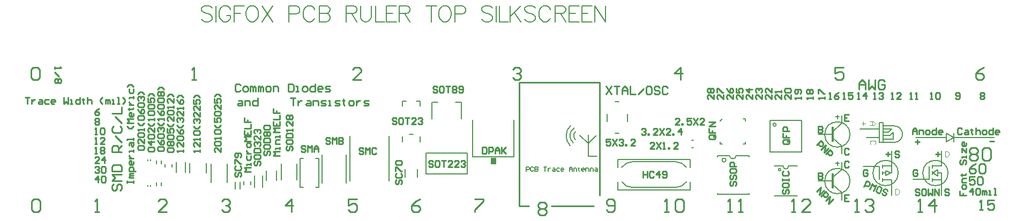
<source format=gto>
%FSLAX43Y43*%
%MOMM*%
G71*
G01*
G75*
G04 Layer_Color=65535*
%ADD10R,0.250X0.800*%
%ADD11R,0.800X0.250*%
%ADD12R,1.300X1.200*%
%ADD13R,1.600X0.900*%
%ADD14R,2.800X1.000*%
%ADD15R,2.800X1.000*%
%ADD16R,1.200X1.800*%
%ADD17R,1.200X1.400*%
%ADD18R,0.900X1.050*%
%ADD19R,1.470X1.270*%
%ADD20R,0.830X0.630*%
%ADD21R,0.600X0.500*%
%ADD22R,0.900X0.600*%
%ADD23R,0.300X0.300*%
%ADD24R,0.800X0.900*%
%ADD25R,0.550X1.200*%
%ADD26R,1.143X0.254*%
%ADD27R,0.254X1.143*%
%ADD28R,4.826X5.715*%
%ADD29R,1.600X3.000*%
%ADD30R,2.400X2.400*%
%ADD31R,3.800X2.800*%
%ADD32R,0.400X0.750*%
%ADD33R,1.219X2.235*%
%ADD34R,3.600X2.200*%
%ADD35R,5.334X1.930*%
%ADD36R,2.210X0.610*%
%ADD37R,0.580X1.200*%
%ADD38R,2.000X2.000*%
%ADD39R,1.000X1.400*%
%ADD40C,1.000*%
%ADD41R,0.350X0.350*%
%ADD42R,1.800X1.400*%
%ADD43R,2.100X1.400*%
%ADD44R,1.600X0.350*%
%ADD45R,1.200X0.800*%
%ADD46C,1.000*%
%ADD47C,0.152*%
%ADD48R,2.400X2.400*%
%ADD49R,0.300X3.000*%
%ADD50R,0.200X1.000*%
%ADD51R,0.200X2.000*%
%ADD52R,0.300X3.500*%
%ADD53R,0.300X1.500*%
%ADD54R,0.300X2.500*%
%ADD55R,9.398X1.016*%
%ADD56R,9.398X0.762*%
%ADD57R,9.398X0.610*%
%ADD58R,9.398X0.457*%
%ADD59R,9.398X0.305*%
%ADD60R,9.398X0.254*%
%ADD61R,9.398X0.203*%
%ADD62R,9.398X0.152*%
%ADD63R,0.330X0.686*%
%ADD64R,0.400X0.750*%
%ADD65C,0.321*%
%ADD66C,0.361*%
%ADD67C,0.405*%
%ADD68C,0.455*%
%ADD69C,0.511*%
%ADD70C,0.573*%
%ADD71C,0.644*%
%ADD72C,0.723*%
%ADD73C,0.812*%
%ADD74C,0.912*%
%ADD75C,1.020*%
%ADD76C,1.150*%
%ADD77C,1.290*%
%ADD78C,1.450*%
%ADD79C,1.630*%
%ADD80C,1.830*%
%ADD81C,2.050*%
%ADD82C,2.300*%
%ADD83C,2.590*%
%ADD84C,2.910*%
%ADD85C,3.260*%
%ADD86R,1.270X0.559*%
%ADD87R,0.559X1.270*%
%ADD88R,0.890X2.600*%
%ADD89R,5.600X3.600*%
%ADD90R,0.320X0.600*%
%ADD91R,0.600X0.320*%
%ADD92R,1.000X1.950*%
%ADD93C,0.154*%
%ADD94C,0.200*%
%ADD95C,0.150*%
%ADD96C,0.170*%
%ADD97C,0.160*%
%ADD98C,0.155*%
%ADD99C,0.100*%
%ADD100C,0.120*%
%ADD101C,0.127*%
%ADD102C,0.250*%
%ADD103C,0.250*%
%ADD104C,0.254*%
%ADD105R,0.300X2.400*%
%ADD106R,0.864X1.093*%
D47*
X44422Y10453D02*
X44872Y10453D01*
X44422Y5853D02*
X44422Y10453D01*
X44422Y5853D02*
X44872Y5853D01*
X46872Y5853D02*
X47322Y5853D01*
X47322Y10453D01*
X46872Y10453D02*
X47322Y10453D01*
X51689Y6502D02*
X51689Y11024D01*
X47879Y6502D02*
X47879Y11024D01*
X52242Y6879D02*
X52242Y14000D01*
X58451Y6879D02*
X58451Y14000D01*
X119355Y4496D02*
X122961Y4496D01*
X121555Y9220D02*
X122961Y9220D01*
X119355Y9220D02*
X120761Y9220D01*
X40665Y6985D02*
X40665Y8509D01*
X39091Y6985D02*
X39091Y8509D01*
X41472Y7010D02*
X41472Y9550D01*
X43872Y7010D02*
X43872Y9550D01*
X30497Y34227D02*
X30255Y34469D01*
X29892Y34590D01*
X29409Y34590D01*
X29046Y34469D01*
X28804Y34227D01*
X28804Y33985D01*
X28925Y33743D01*
X29046Y33622D01*
X29288Y33501D01*
X30013Y33259D01*
X30255Y33138D01*
X30376Y33018D01*
X30497Y32776D01*
X30497Y32413D01*
X30255Y32171D01*
X29892Y32050D01*
X29409Y32050D01*
X29046Y32171D01*
X28804Y32413D01*
X31065Y34590D02*
X31065Y32050D01*
X33411Y33985D02*
X33290Y34227D01*
X33049Y34469D01*
X32807Y34590D01*
X32323Y34590D01*
X32081Y34469D01*
X31839Y34227D01*
X31718Y33985D01*
X31597Y33622D01*
X31597Y33018D01*
X31718Y32655D01*
X31839Y32413D01*
X32081Y32171D01*
X32323Y32050D01*
X32807Y32050D01*
X33049Y32171D01*
X33290Y32413D01*
X33411Y32655D01*
X33411Y33018D01*
X32807Y33018D02*
X33411Y33018D01*
X33992Y34590D02*
X33992Y32050D01*
X33992Y34590D02*
X35564Y34590D01*
X33992Y33380D02*
X34959Y33380D01*
X36580Y34590D02*
X36338Y34469D01*
X36096Y34227D01*
X35975Y33985D01*
X35854Y33622D01*
X35854Y33018D01*
X35975Y32655D01*
X36096Y32413D01*
X36338Y32171D01*
X36580Y32050D01*
X37063Y32050D01*
X37305Y32171D01*
X37547Y32413D01*
X37668Y32655D01*
X37789Y33018D01*
X37789Y33622D01*
X37668Y33985D01*
X37547Y34227D01*
X37305Y34469D01*
X37063Y34590D01*
X36580Y34590D01*
X38381Y34590D02*
X40074Y32050D01*
X40074Y34590D02*
X38381Y32050D01*
X42638Y33259D02*
X43726Y33259D01*
X44089Y33380D01*
X44210Y33501D01*
X44331Y33743D01*
X44331Y34106D01*
X44210Y34348D01*
X44089Y34469D01*
X43726Y34590D01*
X42638Y34590D01*
X42638Y32050D01*
X46713Y33985D02*
X46592Y34227D01*
X46350Y34469D01*
X46109Y34590D01*
X45625Y34590D01*
X45383Y34469D01*
X45141Y34227D01*
X45020Y33985D01*
X44899Y33622D01*
X44899Y33018D01*
X45020Y32655D01*
X45141Y32413D01*
X45383Y32171D01*
X45625Y32050D01*
X46109Y32050D01*
X46350Y32171D01*
X46592Y32413D01*
X46713Y32655D01*
X47427Y34590D02*
X47427Y32050D01*
X47427Y34590D02*
X48515Y34590D01*
X48878Y34469D01*
X48999Y34348D01*
X49120Y34106D01*
X49120Y33864D01*
X48999Y33622D01*
X48878Y33501D01*
X48515Y33380D01*
X47427Y33380D02*
X48515Y33380D01*
X48878Y33259D01*
X48999Y33138D01*
X49120Y32897D01*
X49120Y32534D01*
X48999Y32292D01*
X48878Y32171D01*
X48515Y32050D01*
X47427Y32050D01*
X51683Y34590D02*
X51683Y32050D01*
X51683Y34590D02*
X52772Y34590D01*
X53134Y34469D01*
X53255Y34348D01*
X53376Y34106D01*
X53376Y33864D01*
X53255Y33622D01*
X53134Y33501D01*
X52772Y33380D01*
X51683Y33380D01*
X52530Y33380D02*
X53376Y32050D01*
X53945Y34590D02*
X53945Y32776D01*
X54066Y32413D01*
X54307Y32171D01*
X54670Y32050D01*
X54912Y32050D01*
X55275Y32171D01*
X55517Y32413D01*
X55638Y32776D01*
X55638Y34590D01*
X56339Y34590D02*
X56339Y32050D01*
X57790Y32050D01*
X59640Y34590D02*
X58068Y34590D01*
X58068Y32050D01*
X59640Y32050D01*
X58068Y33380D02*
X59036Y33380D01*
X60063Y34590D02*
X60063Y32050D01*
X60063Y34590D02*
X61152Y34590D01*
X61515Y34469D01*
X61636Y34348D01*
X61756Y34106D01*
X61756Y33864D01*
X61636Y33622D01*
X61515Y33501D01*
X61152Y33380D01*
X60063Y33380D01*
X60910Y33380D02*
X61756Y32050D01*
X65167Y34590D02*
X65167Y32050D01*
X64320Y34590D02*
X66013Y34590D01*
X67041Y34590D02*
X66799Y34469D01*
X66557Y34227D01*
X66436Y33985D01*
X66315Y33622D01*
X66315Y33018D01*
X66436Y32655D01*
X66557Y32413D01*
X66799Y32171D01*
X67041Y32050D01*
X67525Y32050D01*
X67767Y32171D01*
X68008Y32413D01*
X68129Y32655D01*
X68250Y33018D01*
X68250Y33622D01*
X68129Y33985D01*
X68008Y34227D01*
X67767Y34469D01*
X67525Y34590D01*
X67041Y34590D01*
X68843Y33259D02*
X69931Y33259D01*
X70294Y33380D01*
X70415Y33501D01*
X70536Y33743D01*
X70536Y34106D01*
X70415Y34348D01*
X70294Y34469D01*
X69931Y34590D01*
X68843Y34590D01*
X68843Y32050D01*
X74792Y34227D02*
X74550Y34469D01*
X74188Y34590D01*
X73704Y34590D01*
X73341Y34469D01*
X73099Y34227D01*
X73099Y33985D01*
X73220Y33743D01*
X73341Y33622D01*
X73583Y33501D01*
X74309Y33259D01*
X74550Y33138D01*
X74671Y33018D01*
X74792Y32776D01*
X74792Y32413D01*
X74550Y32171D01*
X74188Y32050D01*
X73704Y32050D01*
X73341Y32171D01*
X73099Y32413D01*
X75361Y34590D02*
X75361Y32050D01*
X75893Y34590D02*
X75893Y32050D01*
X77344Y32050D01*
X77622Y34590D02*
X77622Y32050D01*
X79315Y34590D02*
X77622Y32897D01*
X78227Y33501D02*
X79315Y32050D01*
X81576Y34227D02*
X81334Y34469D01*
X80972Y34590D01*
X80488Y34590D01*
X80125Y34469D01*
X79883Y34227D01*
X79883Y33985D01*
X80004Y33743D01*
X80125Y33622D01*
X80367Y33501D01*
X81093Y33259D01*
X81334Y33138D01*
X81455Y33018D01*
X81576Y32776D01*
X81576Y32413D01*
X81334Y32171D01*
X80972Y32050D01*
X80488Y32050D01*
X80125Y32171D01*
X79883Y32413D01*
X83959Y33985D02*
X83838Y34227D01*
X83596Y34469D01*
X83354Y34590D01*
X82870Y34590D01*
X82628Y34469D01*
X82387Y34227D01*
X82266Y33985D01*
X82145Y33622D01*
X82145Y33018D01*
X82266Y32655D01*
X82387Y32413D01*
X82628Y32171D01*
X82870Y32050D01*
X83354Y32050D01*
X83596Y32171D01*
X83838Y32413D01*
X83959Y32655D01*
X84672Y34590D02*
X84672Y32050D01*
X84672Y34590D02*
X85760Y34590D01*
X86123Y34469D01*
X86244Y34348D01*
X86365Y34106D01*
X86365Y33864D01*
X86244Y33622D01*
X86123Y33501D01*
X85760Y33380D01*
X84672Y33380D01*
X85519Y33380D02*
X86365Y32050D01*
X88505Y34590D02*
X86933Y34590D01*
X86933Y32050D01*
X88505Y32050D01*
X86933Y33380D02*
X87901Y33380D01*
X90501Y34590D02*
X88929Y34590D01*
X88929Y32050D01*
X90501Y32050D01*
X88929Y33380D02*
X89896Y33380D01*
X90924Y34590D02*
X90924Y32050D01*
X90924Y34590D02*
X92617Y32050D01*
X92617Y34590D02*
X92617Y32050D01*
D93*
X80162Y8433D02*
X80162Y9113D01*
X80502Y9113D01*
X80616Y8999D01*
X80616Y8773D01*
X80502Y8659D01*
X80162Y8659D01*
X81295Y8999D02*
X81182Y9113D01*
X80955Y9113D01*
X80842Y8999D01*
X80842Y8546D01*
X80955Y8433D01*
X81182Y8433D01*
X81295Y8546D01*
X81522Y9113D02*
X81522Y8433D01*
X81862Y8433D01*
X81975Y8546D01*
X81975Y8659D01*
X81862Y8773D01*
X81522Y8773D01*
X81862Y8773D01*
X81975Y8886D01*
X81975Y8999D01*
X81862Y9113D01*
X81522Y9113D01*
X82882Y9113D02*
X83335Y9113D01*
X83108Y9113D01*
X83108Y8433D01*
X83561Y8886D02*
X83561Y8433D01*
X83561Y8659D01*
X83675Y8773D01*
X83788Y8886D01*
X83901Y8886D01*
X84354Y8886D02*
X84581Y8886D01*
X84694Y8773D01*
X84694Y8433D01*
X84354Y8433D01*
X84241Y8546D01*
X84354Y8659D01*
X84694Y8659D01*
X85374Y8886D02*
X85034Y8886D01*
X84921Y8773D01*
X84921Y8546D01*
X85034Y8433D01*
X85374Y8433D01*
X85941Y8433D02*
X85714Y8433D01*
X85601Y8546D01*
X85601Y8773D01*
X85714Y8886D01*
X85941Y8886D01*
X86054Y8773D01*
X86054Y8659D01*
X85601Y8659D01*
X86960Y8433D02*
X86960Y8886D01*
X87187Y9113D01*
X87413Y8886D01*
X87413Y8433D01*
X87413Y8773D01*
X86960Y8773D01*
X87640Y8433D02*
X87640Y8886D01*
X87980Y8886D01*
X88093Y8773D01*
X88093Y8433D01*
X88433Y8999D02*
X88433Y8886D01*
X88320Y8886D01*
X88546Y8886D01*
X88433Y8886D01*
X88433Y8546D01*
X88546Y8433D01*
X89226Y8433D02*
X89000Y8433D01*
X88886Y8546D01*
X88886Y8773D01*
X89000Y8886D01*
X89226Y8886D01*
X89339Y8773D01*
X89339Y8659D01*
X88886Y8659D01*
X89566Y8433D02*
X89566Y8886D01*
X89906Y8886D01*
X90019Y8773D01*
X90019Y8433D01*
X90246Y8433D02*
X90246Y8886D01*
X90586Y8886D01*
X90699Y8773D01*
X90699Y8433D01*
X91039Y8886D02*
X91265Y8886D01*
X91379Y8773D01*
X91379Y8433D01*
X91039Y8433D01*
X90926Y8546D01*
X91039Y8659D01*
X91379Y8659D01*
D94*
X144280Y8128D02*
X144380Y8128D01*
X144280Y9228D02*
X144280Y9428D01*
X144280Y8928D02*
X144280Y9228D01*
X144280Y8128D02*
X144280Y8378D01*
X144280Y7878D02*
X144280Y8128D01*
X144280Y7028D02*
X144280Y7328D01*
X144280Y6828D02*
X144280Y7028D01*
X143780Y7128D02*
X143780Y9128D01*
X136406Y9228D02*
X136406Y9428D01*
X136406Y8928D02*
X136406Y9228D01*
X136406Y8128D02*
X136406Y8378D01*
X136406Y7878D02*
X136406Y8128D01*
X136406Y7028D02*
X136406Y7328D01*
X136406Y6828D02*
X136406Y7028D01*
X135906Y7128D02*
X135906Y9128D01*
D95*
X146780Y8128D02*
G03*
X146780Y8128I-2000J0D01*
G01*
X138906Y8128D02*
G03*
X138906Y8128I-2000J0D01*
G01*
X138290Y12970D02*
G03*
X139590Y14270I0J1300D01*
G01*
X139590Y14270D02*
G03*
X138290Y15570I-1300J0D01*
G01*
X119608Y15770D02*
G03*
X119608Y15770I-250J0D01*
G01*
X95221Y6731D02*
G03*
X96901Y5842I1680J1143D01*
G01*
X103759Y5842D02*
G03*
X105439Y6731I-0J2032D01*
G01*
X105439Y9017D02*
G03*
X103759Y9906I-1680J-1143D01*
G01*
X96901Y9906D02*
G03*
X95221Y9017I0J-2032D01*
G01*
X120758Y9158D02*
G03*
X121158Y8758I400J0D01*
G01*
X121158Y8758D02*
G03*
X121558Y9158I0J400D01*
G01*
X112276Y10874D02*
G03*
X113276Y10874I500J0D01*
G01*
X111692Y10174D02*
G03*
X111692Y10174I-316J0D01*
G01*
X24172Y9071D02*
X24172Y9471D01*
X23072Y9071D02*
X23072Y9471D01*
X26278Y8217D02*
X26278Y9817D01*
X24878Y8217D02*
X24878Y9817D01*
X26996Y8115D02*
X26996Y9715D01*
X29596Y8115D02*
X29596Y9715D01*
X32923Y6628D02*
X32923Y9628D01*
X30323Y6628D02*
X30323Y9628D01*
X94213Y14391D02*
X94813Y14391D01*
X96113Y16291D02*
X96113Y17491D01*
X94213Y19391D02*
X94813Y19391D01*
X92913Y16291D02*
X92913Y17491D01*
X37196Y5907D02*
X37196Y7307D01*
X37196Y7707D01*
X38496Y5907D02*
X38496Y7307D01*
X38496Y7707D01*
X145780Y9228D02*
X145780Y11628D01*
X144280Y9228D02*
X145780Y9228D01*
X144280Y7028D02*
X145780Y7028D01*
X145780Y4628D02*
X145780Y7028D01*
X145780Y8128D01*
X145180Y8128D02*
X145780Y8128D01*
X144380Y8128D02*
X145180Y7628D01*
X145180Y8128D01*
X145180Y8628D01*
X144380Y8128D02*
X145180Y8628D01*
X141280Y7128D02*
X143780Y7128D01*
X137906Y8128D02*
X137906Y9228D01*
X137706Y8128D02*
X137906Y8128D01*
X136406Y8128D02*
X136906Y8128D01*
X136906Y8528D02*
X137706Y8128D01*
X136906Y7728D02*
X137706Y8128D01*
X136906Y7728D02*
X136906Y8128D01*
X136906Y8528D01*
X137906Y9228D02*
X137906Y11628D01*
X136406Y9228D02*
X137906Y9228D01*
X136406Y7028D02*
X137906Y7028D01*
X137906Y4628D02*
X137906Y7028D01*
X133406Y9128D02*
X135906Y9128D01*
X133890Y13770D02*
X135890Y13770D01*
X132890Y15070D02*
X135890Y15070D01*
X136490Y13470D02*
X138090Y13470D01*
X138090Y14570D01*
X136490Y14070D02*
X137590Y14070D01*
X138090Y14570D01*
X136490Y14570D02*
X137390Y14570D01*
X137890Y15070D01*
X136490Y15070D02*
X137890Y15070D01*
X136490Y12970D02*
X138290Y12970D01*
X136490Y15570D02*
X138290Y15570D01*
X135890Y16070D02*
X136490Y16070D01*
X136490Y15570D02*
X136490Y16070D01*
X136490Y15070D02*
X136490Y15570D01*
X136490Y14570D02*
X136490Y15070D01*
X136490Y14070D02*
X136490Y14570D01*
X136490Y13470D02*
X136490Y14070D01*
X136490Y12970D02*
X136490Y13470D01*
X135890Y12970D02*
X136490Y12970D01*
X135890Y12970D02*
X135890Y13770D01*
X135890Y15070D01*
X135890Y16070D01*
X129286Y9358D02*
X129286Y9958D01*
X128986Y9658D02*
X129586Y9658D01*
X129286Y16724D02*
X129286Y17324D01*
X128986Y17024D02*
X129586Y17024D01*
X20774Y5996D02*
X20774Y6196D01*
X20374Y5996D02*
X20374Y6196D01*
X22448Y6125D02*
X22448Y6625D01*
X21748Y6125D02*
X21748Y6625D01*
X22448Y9605D02*
X22448Y10105D01*
X21748Y9605D02*
X21748Y10105D01*
X20774Y10060D02*
X20774Y10260D01*
X20374Y10060D02*
X20374Y10260D01*
X60576Y19496D02*
X61176Y19496D01*
X60576Y18696D02*
X60576Y19496D01*
X62776Y19496D02*
X63376Y19496D01*
X63376Y18696D02*
X63376Y19496D01*
X63398Y13033D02*
X63398Y13891D01*
X60554Y13033D02*
X60554Y13891D01*
X61708Y14272D02*
X62244Y14272D01*
X118658Y11470D02*
X118658Y16470D01*
X118658Y11470D02*
X123658Y11470D01*
X123658Y16470D01*
X118658Y16470D02*
X123658Y16470D01*
X118658Y11470D02*
X118658Y16470D01*
X118658Y11470D02*
X123658Y11470D01*
X123658Y16470D01*
X118658Y16470D02*
X123658Y16470D01*
X71653Y10668D02*
X71653Y16562D01*
X71653Y10668D02*
X78207Y10668D01*
X78207Y16562D02*
X78207Y10668D01*
X60976Y7503D02*
X60976Y8753D01*
X62976Y7503D02*
X62976Y8753D01*
X70841Y8001D02*
X70841Y11303D01*
X64287Y8001D02*
X70841Y8001D01*
X64287Y8001D02*
X64287Y11303D01*
X70841Y11303D01*
X96901Y9906D02*
X103759Y9906D01*
X106045Y5461D02*
X106045Y6731D01*
X94615Y5461D02*
X94615Y6731D01*
X94615Y5461D02*
X106045Y5461D01*
X96901Y5842D02*
X103759Y5842D01*
X94615Y9017D02*
X94615Y10287D01*
X106045Y10287D01*
X106045Y9017D02*
X106045Y10287D01*
X68936Y19340D02*
X69855Y19340D01*
X65273Y19328D02*
X66192Y19328D01*
X65264Y16734D02*
X65264Y19334D01*
X69864Y16734D02*
X69864Y19334D01*
X147666Y13724D02*
X147666Y14424D01*
X147666Y13024D02*
X147666Y13724D01*
X146466Y14424D02*
X147666Y13724D01*
X146466Y13724D02*
X146466Y14424D01*
X146466Y13024D02*
X146466Y13724D01*
X146466Y13024D02*
X147666Y13724D01*
X141666Y13724D02*
X146466Y13724D01*
X147666Y13724D02*
X154066Y13724D01*
X34894Y5648D02*
X34894Y6748D01*
X34194Y5648D02*
X34194Y6748D01*
X110376Y4774D02*
X115376Y4774D01*
X115376Y10674D02*
X115376Y10874D01*
X113276Y10874D02*
X115376Y10874D01*
X110376Y10874D02*
X112276Y10874D01*
X110376Y10674D02*
X110376Y10874D01*
X110376Y4774D02*
X110376Y4974D01*
X110376Y4774D02*
X115376Y4774D01*
X115376Y4974D01*
X35518Y6325D02*
X35518Y6782D01*
X36618Y6325D02*
X36618Y6782D01*
D96*
X131286Y6858D02*
G03*
X131286Y6858I-2000J0D01*
G01*
X131286Y14224D02*
G03*
X131286Y14224I-2000J0D01*
G01*
X110776Y16382D02*
X111126Y16732D01*
X114426Y16732D02*
X114776Y16732D01*
X114776Y16382D02*
X114776Y16732D01*
X110776Y12732D02*
X110776Y13082D01*
X110776Y12732D02*
X111126Y12732D01*
X114776Y12732D02*
X114776Y13082D01*
X114426Y12732D02*
X114776Y12732D01*
X126286Y6858D02*
X128486Y6858D01*
X129986Y3858D02*
X129986Y5058D01*
X128486Y6358D02*
X129986Y5058D01*
X129986Y8658D02*
X129986Y9858D01*
X128486Y7358D02*
X129986Y8658D01*
X126286Y14224D02*
X128486Y14224D01*
X129986Y11224D02*
X129986Y12424D01*
X128486Y13724D02*
X129986Y12424D01*
X129986Y16024D02*
X129986Y17224D01*
X128486Y14624D02*
X129986Y16024D01*
D97*
X120347Y8661D02*
G03*
X120347Y8661I-180J0D01*
G01*
D98*
X87130Y15638D02*
G03*
X87079Y12438I1575J-1626D01*
G01*
X87705Y15236D02*
G03*
X87561Y12920I740J-1208D01*
G01*
X87917Y14713D02*
G03*
X87917Y13377I668J-668D01*
G01*
X89916Y12770D02*
X89916Y14139D01*
X89916Y10766D02*
X91260Y10766D01*
X89916Y12770D02*
X91252Y14106D01*
X89916Y10766D02*
X89916Y12770D01*
X88580Y14106D02*
X89916Y12770D01*
D99*
X146330Y10678D02*
X146680Y10678D01*
X146930Y10928D01*
X146930Y11328D01*
X146680Y11578D02*
X146930Y11328D01*
X146330Y11578D02*
X146680Y11578D01*
X146330Y10678D02*
X146330Y11578D01*
X138456Y4678D02*
X138806Y4678D01*
X139056Y4928D01*
X139056Y5328D01*
X138806Y5578D02*
X139056Y5328D01*
X138456Y5578D02*
X138806Y5578D01*
X138456Y4678D02*
X138456Y5578D01*
D100*
X133090Y15970D02*
X133690Y15970D01*
X133390Y15670D02*
X133390Y16270D01*
X135200Y12620D02*
X135350Y12770D01*
X135350Y13080D01*
X135210Y13220D02*
X135350Y13080D01*
X134590Y13220D02*
X135210Y13220D01*
X134440Y13070D02*
X134590Y13220D01*
X134440Y12760D02*
X134440Y13070D01*
X134440Y12760D02*
X134600Y12600D01*
X134780Y15660D02*
X134780Y16260D01*
X134420Y15650D02*
X135040Y15650D01*
X135340Y15950D01*
X135030Y16260D02*
X135340Y15950D01*
X134780Y16260D02*
X135030Y16260D01*
X134420Y16260D02*
X134780Y16260D01*
D101*
X106274Y12100D02*
X106578Y12100D01*
X106274Y13300D02*
X106578Y13300D01*
D102*
X78994Y2904D02*
X80518Y2904D01*
X78994Y2938D02*
X78994Y22496D01*
X91694Y22496D01*
X91694Y4623D02*
X91694Y22496D01*
D103*
X84074Y2904D02*
X90780Y2904D01*
D104*
X145280Y5628D02*
X145280Y4612D01*
X144603Y5628D01*
X144603Y4612D01*
X144264Y5628D02*
X144264Y4612D01*
X143926Y4951D01*
X143587Y4612D01*
X143587Y5628D01*
X142741Y4612D02*
X143079Y4612D01*
X143249Y4782D01*
X143249Y5459D01*
X143079Y5628D01*
X142741Y5628D01*
X142572Y5459D01*
X142572Y4782D01*
X142741Y4612D01*
X141556Y4782D02*
X141725Y4612D01*
X142064Y4612D01*
X142233Y4782D01*
X142233Y4951D01*
X142064Y5120D01*
X141725Y5120D01*
X141556Y5289D01*
X141556Y5459D01*
X141725Y5628D01*
X142064Y5628D01*
X142233Y5459D01*
X144780Y11136D02*
X145457Y11136D01*
X145119Y11474D02*
X145119Y10797D01*
X146957Y5474D02*
X146788Y5644D01*
X146449Y5644D01*
X146280Y5474D01*
X146280Y5305D01*
X146449Y5136D01*
X146788Y5136D01*
X146957Y4967D01*
X146957Y4797D01*
X146788Y4628D01*
X146449Y4628D01*
X146280Y4797D01*
X141957Y8474D02*
X141788Y8644D01*
X141449Y8644D01*
X141280Y8474D01*
X141280Y7797D01*
X141449Y7628D01*
X141788Y7628D01*
X141957Y7797D01*
X141957Y8136D01*
X141618Y8136D01*
X133465Y5928D02*
X133853Y6866D01*
X134322Y6672D01*
X134414Y6451D01*
X134284Y6138D01*
X134063Y6046D01*
X133594Y6241D01*
X134403Y5539D02*
X134792Y6478D01*
X134975Y6035D01*
X135417Y6219D01*
X135028Y5280D01*
X136199Y5895D02*
X135886Y6024D01*
X135665Y5933D01*
X135406Y5307D01*
X135498Y5086D01*
X135810Y4956D01*
X136032Y5048D01*
X136291Y5673D01*
X136199Y5895D01*
X137229Y5285D02*
X137137Y5506D01*
X136825Y5636D01*
X136604Y5544D01*
X136539Y5388D01*
X136630Y5166D01*
X136943Y5037D01*
X137035Y4816D01*
X136970Y4659D01*
X136749Y4568D01*
X136436Y4697D01*
X136344Y4918D01*
X136906Y11136D02*
X137583Y11136D01*
X137245Y11474D02*
X137245Y10797D01*
X139083Y11474D02*
X138914Y11644D01*
X138575Y11644D01*
X138406Y11474D01*
X138406Y11305D01*
X138575Y11136D01*
X138914Y11136D01*
X139083Y10967D01*
X139083Y10797D01*
X138914Y10628D01*
X138575Y10628D01*
X138406Y10797D01*
X134083Y8474D02*
X133914Y8644D01*
X133575Y8644D01*
X133406Y8474D01*
X133406Y7797D01*
X133575Y7628D01*
X133914Y7628D01*
X134083Y7797D01*
X134083Y8136D01*
X133744Y8136D01*
X125986Y5158D02*
X126704Y5876D01*
X126465Y4679D01*
X127183Y5397D01*
X126704Y4440D02*
X127422Y5158D01*
X127782Y4799D01*
X127782Y4560D01*
X127542Y4320D01*
X127303Y4320D01*
X126944Y4679D01*
X127422Y3722D02*
X128141Y4440D01*
X127901Y3243D01*
X128619Y3961D01*
X126286Y8174D02*
X126286Y7158D01*
X126794Y7158D01*
X126963Y7327D01*
X126963Y7497D01*
X126794Y7666D01*
X126286Y7666D01*
X126794Y7666D01*
X126963Y7835D01*
X126963Y8004D01*
X126794Y8174D01*
X126286Y8174D01*
X131063Y9804D02*
X130894Y9974D01*
X130555Y9974D01*
X130386Y9804D01*
X130386Y9127D01*
X130555Y8958D01*
X130894Y8958D01*
X131063Y9127D01*
X131063Y4674D02*
X130386Y4674D01*
X130386Y3658D01*
X131063Y3658D01*
X130386Y4166D02*
X130725Y4166D01*
X125986Y12524D02*
X126704Y13242D01*
X127063Y12883D01*
X127063Y12644D01*
X126824Y12404D01*
X126585Y12404D01*
X126225Y12763D01*
X126704Y11806D02*
X127422Y12524D01*
X127183Y11327D01*
X127901Y12045D01*
X127422Y11088D02*
X128141Y11806D01*
X128500Y11447D01*
X128500Y11207D01*
X128260Y10968D01*
X128021Y10968D01*
X127662Y11327D01*
X126286Y15540D02*
X126286Y14524D01*
X126794Y14524D01*
X126963Y14693D01*
X126963Y14863D01*
X126794Y15032D01*
X126286Y15032D01*
X126794Y15032D01*
X126963Y15201D01*
X126963Y15370D01*
X126794Y15540D01*
X126286Y15540D01*
X131063Y17340D02*
X130386Y17340D01*
X130386Y16324D01*
X131063Y16324D01*
X130386Y16832D02*
X130725Y16832D01*
X131063Y11870D02*
X130894Y12040D01*
X130555Y12040D01*
X130386Y11870D01*
X130386Y11193D01*
X130555Y11024D01*
X130894Y11024D01*
X131063Y11193D01*
X5588Y24892D02*
X5588Y24553D01*
X5588Y24723D01*
X6604Y24723D01*
X6434Y24892D01*
X5588Y24046D02*
X6265Y23368D01*
X6434Y23030D02*
X6604Y22861D01*
X6604Y22522D01*
X6434Y22353D01*
X6265Y22353D01*
X6096Y22522D01*
X5927Y22353D01*
X5757Y22353D01*
X5588Y22522D01*
X5588Y22861D01*
X5757Y23030D01*
X5927Y23030D01*
X6096Y22861D01*
X6265Y23030D01*
X6434Y23030D01*
X6096Y22861D02*
X6096Y22522D01*
X152463Y24859D02*
X151796Y24526D01*
X151130Y23860D01*
X151130Y23193D01*
X151463Y22860D01*
X152130Y22860D01*
X152463Y23193D01*
X152463Y23526D01*
X152130Y23860D01*
X151130Y23860D01*
X151769Y2287D02*
X152277Y2287D01*
X152023Y2287D01*
X152023Y3811D01*
X151769Y3557D01*
X154054Y3811D02*
X153038Y3811D01*
X153038Y3049D01*
X153546Y3303D01*
X153800Y3303D01*
X154054Y3049D01*
X154054Y2541D01*
X153800Y2287D01*
X153292Y2287D01*
X153038Y2541D01*
X41173Y10897D02*
X40158Y10897D01*
X40496Y11235D01*
X40158Y11574D01*
X41173Y11574D01*
X41173Y11912D02*
X41173Y12251D01*
X41173Y12082D01*
X40496Y12082D01*
X40496Y11912D01*
X41173Y12759D02*
X40496Y12759D01*
X40496Y13267D01*
X40666Y13436D01*
X41173Y13436D01*
X41173Y13774D02*
X41173Y14113D01*
X41173Y13944D01*
X40496Y13944D01*
X40496Y13774D01*
X41173Y14621D02*
X40158Y14621D01*
X40496Y14959D01*
X40158Y15298D01*
X41173Y15298D01*
X40158Y16314D02*
X40158Y15636D01*
X41173Y15636D01*
X41173Y16314D01*
X40666Y15636D02*
X40666Y15975D01*
X40158Y16652D02*
X41173Y16652D01*
X41173Y17329D01*
X40158Y18345D02*
X40158Y17668D01*
X40666Y17668D01*
X40666Y18006D01*
X40666Y17668D01*
X41173Y17668D01*
X14936Y6400D02*
X14682Y6147D01*
X14682Y5639D01*
X14936Y5385D01*
X15190Y5385D01*
X15443Y5639D01*
X15443Y6147D01*
X15697Y6400D01*
X15951Y6400D01*
X16205Y6147D01*
X16205Y5639D01*
X15951Y5385D01*
X16205Y6908D02*
X14682Y6908D01*
X15190Y7416D01*
X14682Y7924D01*
X16205Y7924D01*
X14682Y8432D02*
X16205Y8432D01*
X16205Y9194D01*
X15951Y9447D01*
X14936Y9447D01*
X14682Y9194D01*
X14682Y8432D01*
X16205Y11479D02*
X14682Y11479D01*
X14682Y12241D01*
X14936Y12495D01*
X15443Y12495D01*
X15697Y12241D01*
X15697Y11479D01*
X15697Y11987D02*
X16205Y12495D01*
X16205Y13002D02*
X15190Y14018D01*
X14936Y15542D02*
X14682Y15288D01*
X14682Y14780D01*
X14936Y14526D01*
X15951Y14526D01*
X16205Y14780D01*
X16205Y15288D01*
X15951Y15542D01*
X16205Y16049D02*
X15190Y17065D01*
X14682Y17573D02*
X16205Y17573D01*
X16205Y18589D01*
X109813Y14139D02*
X109136Y14139D01*
X108966Y13970D01*
X108966Y13631D01*
X109136Y13462D01*
X109813Y13462D01*
X109982Y13631D01*
X109982Y13970D01*
X109643Y13801D02*
X109982Y14139D01*
X109982Y13970D02*
X109813Y14139D01*
X108966Y15155D02*
X108966Y14478D01*
X109474Y14478D01*
X109474Y14816D01*
X109474Y14478D01*
X109982Y14478D01*
X109982Y15493D02*
X108966Y15493D01*
X109982Y16170D01*
X108966Y16170D01*
X121497Y13377D02*
X120820Y13377D01*
X120650Y13208D01*
X120650Y12869D01*
X120820Y12700D01*
X121497Y12700D01*
X121666Y12869D01*
X121666Y13208D01*
X121327Y13039D02*
X121666Y13377D01*
X121666Y13208D02*
X121497Y13377D01*
X120650Y14393D02*
X120650Y13716D01*
X121158Y13716D01*
X121158Y14054D01*
X121158Y13716D01*
X121666Y13716D01*
X121666Y14731D02*
X120650Y14731D01*
X120650Y15239D01*
X120820Y15408D01*
X121158Y15408D01*
X121327Y15239D01*
X121327Y14731D01*
X120769Y5554D02*
X120600Y5385D01*
X120600Y5046D01*
X120769Y4877D01*
X120938Y4877D01*
X121107Y5046D01*
X121107Y5385D01*
X121277Y5554D01*
X121446Y5554D01*
X121615Y5385D01*
X121615Y5046D01*
X121446Y4877D01*
X120600Y6400D02*
X120600Y6062D01*
X120769Y5892D01*
X121446Y5892D01*
X121615Y6062D01*
X121615Y6400D01*
X121446Y6570D01*
X120769Y6570D01*
X120600Y6400D01*
X120600Y6908D02*
X120600Y7247D01*
X120600Y7077D01*
X121615Y7077D01*
X121615Y6908D01*
X121615Y7247D01*
X120769Y8432D02*
X120600Y8262D01*
X120600Y7924D01*
X120769Y7755D01*
X121446Y7755D01*
X121615Y7924D01*
X121615Y8262D01*
X121446Y8432D01*
X112438Y6773D02*
X112268Y6604D01*
X112268Y6265D01*
X112438Y6096D01*
X112607Y6096D01*
X112776Y6265D01*
X112776Y6604D01*
X112945Y6773D01*
X113115Y6773D01*
X113284Y6604D01*
X113284Y6265D01*
X113115Y6096D01*
X112438Y7789D02*
X112268Y7620D01*
X112268Y7281D01*
X112438Y7112D01*
X112607Y7112D01*
X112776Y7281D01*
X112776Y7620D01*
X112945Y7789D01*
X113115Y7789D01*
X113284Y7620D01*
X113284Y7281D01*
X113115Y7112D01*
X112268Y8635D02*
X112268Y8297D01*
X112438Y8127D01*
X113115Y8127D01*
X113284Y8297D01*
X113284Y8635D01*
X113115Y8804D01*
X112438Y8804D01*
X112268Y8635D01*
X113284Y9143D02*
X112268Y9143D01*
X112268Y9651D01*
X112438Y9820D01*
X112776Y9820D01*
X112945Y9651D01*
X112945Y9143D01*
X150114Y11751D02*
X150453Y12090D01*
X151130Y12090D01*
X151468Y11751D01*
X151468Y11413D01*
X151130Y11074D01*
X151468Y10736D01*
X151468Y10397D01*
X151130Y10058D01*
X150453Y10058D01*
X150114Y10397D01*
X150114Y10736D01*
X150453Y11074D01*
X150114Y11413D01*
X150114Y11751D01*
X150453Y11074D02*
X151130Y11074D01*
X152145Y11751D02*
X152484Y12090D01*
X153161Y12090D01*
X153500Y11751D01*
X153500Y10397D01*
X153161Y10058D01*
X152484Y10058D01*
X152145Y10397D01*
X152145Y11751D01*
X151130Y9550D02*
X150622Y9296D01*
X150114Y8788D01*
X150114Y8280D01*
X150368Y8026D01*
X150876Y8026D01*
X151130Y8280D01*
X151130Y8534D01*
X150876Y8788D01*
X150114Y8788D01*
X151638Y9296D02*
X151891Y9550D01*
X152399Y9550D01*
X152653Y9296D01*
X152653Y8280D01*
X152399Y8026D01*
X151891Y8026D01*
X151638Y8280D01*
X151638Y9296D01*
X150960Y7518D02*
X150114Y7518D01*
X150114Y6883D01*
X150537Y7095D01*
X150749Y7095D01*
X150960Y6883D01*
X150960Y6460D01*
X150749Y6248D01*
X150326Y6248D01*
X150114Y6460D01*
X151384Y7306D02*
X151595Y7518D01*
X152018Y7518D01*
X152230Y7306D01*
X152230Y6460D01*
X152018Y6248D01*
X151595Y6248D01*
X151384Y6460D01*
X151384Y7306D01*
X150622Y4699D02*
X150622Y5715D01*
X150114Y5207D01*
X150791Y5207D01*
X151130Y5545D02*
X151299Y5715D01*
X151638Y5715D01*
X151807Y5545D01*
X151807Y4868D01*
X151638Y4699D01*
X151299Y4699D01*
X151130Y4868D01*
X151130Y5545D01*
X152145Y4699D02*
X152145Y5376D01*
X152315Y5376D01*
X152484Y5207D01*
X152484Y4699D01*
X152484Y5207D01*
X152653Y5376D01*
X152822Y5207D01*
X152822Y4699D01*
X153161Y4699D02*
X153500Y4699D01*
X153330Y4699D01*
X153330Y5376D01*
X153161Y5376D01*
X154007Y4699D02*
X154346Y4699D01*
X154177Y4699D01*
X154177Y5715D01*
X154007Y5715D01*
X148590Y5249D02*
X148590Y4572D01*
X149098Y4572D01*
X149098Y4911D01*
X149098Y4572D01*
X149606Y4572D01*
X149606Y5757D02*
X149606Y6096D01*
X149437Y6265D01*
X149098Y6265D01*
X148929Y6096D01*
X148929Y5757D01*
X149098Y5588D01*
X149437Y5588D01*
X149606Y5757D01*
X149606Y6603D02*
X148929Y6603D01*
X148929Y7111D01*
X149098Y7280D01*
X149606Y7280D01*
X148760Y7788D02*
X148929Y7788D01*
X148929Y7619D01*
X148929Y7958D01*
X148929Y7788D01*
X149437Y7788D01*
X149606Y7958D01*
X148760Y10158D02*
X148590Y9989D01*
X148590Y9650D01*
X148760Y9481D01*
X148929Y9481D01*
X149098Y9650D01*
X149098Y9989D01*
X149267Y10158D01*
X149437Y10158D01*
X149606Y9989D01*
X149606Y9650D01*
X149437Y9481D01*
X149606Y10497D02*
X149606Y10835D01*
X149606Y10666D01*
X148929Y10666D01*
X148929Y10497D01*
X148929Y11343D02*
X148929Y12020D01*
X149606Y11343D01*
X149606Y12020D01*
X149606Y12867D02*
X149606Y12528D01*
X149437Y12359D01*
X149098Y12359D01*
X148929Y12528D01*
X148929Y12867D01*
X149098Y13036D01*
X149267Y13036D01*
X149267Y12359D01*
X34963Y22031D02*
X34763Y22231D01*
X34363Y22231D01*
X34163Y22031D01*
X34163Y21231D01*
X34363Y21031D01*
X34763Y21031D01*
X34963Y21231D01*
X35563Y21031D02*
X35962Y21031D01*
X36162Y21231D01*
X36162Y21631D01*
X35962Y21831D01*
X35563Y21831D01*
X35363Y21631D01*
X35363Y21231D01*
X35563Y21031D01*
X36562Y21031D02*
X36562Y21831D01*
X36762Y21831D01*
X36962Y21631D01*
X36962Y21031D01*
X36962Y21631D01*
X37162Y21831D01*
X37362Y21631D01*
X37362Y21031D01*
X37762Y21031D02*
X37762Y21831D01*
X37962Y21831D01*
X38162Y21631D01*
X38162Y21031D01*
X38162Y21631D01*
X38362Y21831D01*
X38562Y21631D01*
X38562Y21031D01*
X39161Y21031D02*
X39561Y21031D01*
X39761Y21231D01*
X39761Y21631D01*
X39561Y21831D01*
X39161Y21831D01*
X38961Y21631D01*
X38961Y21231D01*
X39161Y21031D01*
X40161Y21031D02*
X40161Y21831D01*
X40761Y21831D01*
X40961Y21631D01*
X40961Y21031D01*
X42560Y22231D02*
X42560Y21031D01*
X43160Y21031D01*
X43360Y21231D01*
X43360Y22031D01*
X43160Y22231D01*
X42560Y22231D01*
X43760Y21031D02*
X44160Y21031D01*
X43960Y21031D01*
X43960Y21831D01*
X43760Y21831D01*
X44960Y21031D02*
X45359Y21031D01*
X45559Y21231D01*
X45559Y21631D01*
X45359Y21831D01*
X44960Y21831D01*
X44760Y21631D01*
X44760Y21231D01*
X44960Y21031D01*
X46759Y22231D02*
X46759Y21031D01*
X46159Y21031D01*
X45959Y21231D01*
X45959Y21631D01*
X46159Y21831D01*
X46759Y21831D01*
X47759Y21031D02*
X47359Y21031D01*
X47159Y21231D01*
X47159Y21631D01*
X47359Y21831D01*
X47759Y21831D01*
X47959Y21631D01*
X47959Y21431D01*
X47159Y21431D01*
X48358Y21031D02*
X48958Y21031D01*
X49158Y21231D01*
X48958Y21431D01*
X48558Y21431D01*
X48358Y21631D01*
X48558Y21831D01*
X49158Y21831D01*
X59605Y16721D02*
X59436Y16891D01*
X59097Y16891D01*
X58928Y16721D01*
X58928Y16552D01*
X59097Y16383D01*
X59436Y16383D01*
X59605Y16214D01*
X59605Y16044D01*
X59436Y15875D01*
X59097Y15875D01*
X58928Y16044D01*
X60452Y16891D02*
X60113Y16891D01*
X59944Y16721D01*
X59944Y16044D01*
X60113Y15875D01*
X60452Y15875D01*
X60621Y16044D01*
X60621Y16721D01*
X60452Y16891D01*
X60959Y16891D02*
X61636Y16891D01*
X61298Y16891D01*
X61298Y15875D01*
X62652Y15875D02*
X61975Y15875D01*
X62652Y16552D01*
X62652Y16721D01*
X62483Y16891D01*
X62144Y16891D01*
X61975Y16721D01*
X62991Y16721D02*
X63160Y16891D01*
X63499Y16891D01*
X63668Y16721D01*
X63668Y16552D01*
X63499Y16383D01*
X63329Y16383D01*
X63499Y16383D01*
X63668Y16214D01*
X63668Y16044D01*
X63499Y15875D01*
X63160Y15875D01*
X62991Y16044D01*
X132690Y21336D02*
X132690Y22352D01*
X133197Y22860D01*
X133705Y22352D01*
X133705Y21336D01*
X133705Y22098D01*
X132690Y22098D01*
X134213Y22860D02*
X134213Y21336D01*
X134721Y21844D01*
X135229Y21336D01*
X135229Y22860D01*
X136752Y22606D02*
X136498Y22860D01*
X135991Y22860D01*
X135737Y22606D01*
X135737Y21590D01*
X135991Y21336D01*
X136498Y21336D01*
X136752Y21590D01*
X136752Y22098D01*
X136244Y22098D01*
X127254Y19812D02*
X127254Y20151D01*
X127254Y19981D01*
X126238Y19981D01*
X126408Y19812D01*
X126238Y20658D02*
X126238Y21336D01*
X126408Y21336D01*
X127085Y20658D01*
X127254Y20658D01*
X125400Y19812D02*
X125400Y20151D01*
X125400Y19981D01*
X124384Y19981D01*
X124553Y19812D01*
X124553Y20658D02*
X124384Y20828D01*
X124384Y21166D01*
X124553Y21336D01*
X124723Y21336D01*
X124892Y21166D01*
X125061Y21336D01*
X125231Y21336D01*
X125400Y21166D01*
X125400Y20828D01*
X125231Y20658D01*
X125061Y20658D01*
X124892Y20828D01*
X124723Y20658D01*
X124553Y20658D01*
X124892Y20828D02*
X124892Y21166D01*
X123546Y19812D02*
X123546Y20151D01*
X123546Y19981D01*
X122530Y19981D01*
X122699Y19812D01*
X123376Y20658D02*
X123546Y20828D01*
X123546Y21166D01*
X123376Y21336D01*
X122699Y21336D01*
X122530Y21166D01*
X122530Y20828D01*
X122699Y20658D01*
X122868Y20658D01*
X123038Y20828D01*
X123038Y21336D01*
X121971Y20489D02*
X121971Y19812D01*
X121294Y20489D01*
X121124Y20489D01*
X120955Y20320D01*
X120955Y19981D01*
X121124Y19812D01*
X121124Y20828D02*
X120955Y20997D01*
X120955Y21336D01*
X121124Y21505D01*
X121802Y21505D01*
X121971Y21336D01*
X121971Y20997D01*
X121802Y20828D01*
X121124Y20828D01*
X120396Y20489D02*
X120396Y19812D01*
X119719Y20489D01*
X119550Y20489D01*
X119380Y20320D01*
X119380Y19981D01*
X119550Y19812D01*
X120396Y20828D02*
X120396Y21166D01*
X120396Y20997D01*
X119380Y20997D01*
X119550Y20828D01*
X118872Y20489D02*
X118872Y19812D01*
X118195Y20489D01*
X118026Y20489D01*
X117856Y20320D01*
X117856Y19981D01*
X118026Y19812D01*
X118872Y21505D02*
X118872Y20828D01*
X118195Y21505D01*
X118026Y21505D01*
X117856Y21336D01*
X117856Y20997D01*
X118026Y20828D01*
X117348Y20489D02*
X117348Y19812D01*
X116671Y20489D01*
X116502Y20489D01*
X116332Y20320D01*
X116332Y19981D01*
X116502Y19812D01*
X116502Y20828D02*
X116332Y20997D01*
X116332Y21336D01*
X116502Y21505D01*
X116671Y21505D01*
X116840Y21336D01*
X116840Y21166D01*
X116840Y21336D01*
X117009Y21505D01*
X117179Y21505D01*
X117348Y21336D01*
X117348Y20997D01*
X117179Y20828D01*
X115824Y20489D02*
X115824Y19812D01*
X115147Y20489D01*
X114978Y20489D01*
X114808Y20320D01*
X114808Y19981D01*
X114978Y19812D01*
X115824Y21336D02*
X114808Y21336D01*
X115316Y20828D01*
X115316Y21505D01*
X114300Y20489D02*
X114300Y19812D01*
X113623Y20489D01*
X113454Y20489D01*
X113284Y20320D01*
X113284Y19981D01*
X113454Y19812D01*
X113284Y21505D02*
X113284Y20828D01*
X113792Y20828D01*
X113623Y21166D01*
X113623Y21336D01*
X113792Y21505D01*
X114131Y21505D01*
X114300Y21336D01*
X114300Y20997D01*
X114131Y20828D01*
X112776Y20489D02*
X112776Y19812D01*
X112099Y20489D01*
X111930Y20489D01*
X111760Y20320D01*
X111760Y19981D01*
X111930Y19812D01*
X111760Y21505D02*
X111930Y21166D01*
X112268Y20828D01*
X112607Y20828D01*
X112776Y20997D01*
X112776Y21336D01*
X112607Y21505D01*
X112437Y21505D01*
X112268Y21336D01*
X112268Y20828D01*
X111252Y20489D02*
X111252Y19812D01*
X110575Y20489D01*
X110406Y20489D01*
X110236Y20320D01*
X110236Y19981D01*
X110406Y19812D01*
X110236Y20828D02*
X110236Y21505D01*
X110406Y21505D01*
X111083Y20828D01*
X111252Y20828D01*
X109728Y20489D02*
X109728Y19812D01*
X109051Y20489D01*
X108882Y20489D01*
X108712Y20320D01*
X108712Y19981D01*
X108882Y19812D01*
X108882Y20828D02*
X108712Y20997D01*
X108712Y21336D01*
X108882Y21505D01*
X109051Y21505D01*
X109220Y21336D01*
X109389Y21505D01*
X109559Y21505D01*
X109728Y21336D01*
X109728Y20997D01*
X109559Y20828D01*
X109389Y20828D01*
X109220Y20997D01*
X109051Y20828D01*
X108882Y20828D01*
X109220Y20997D02*
X109220Y21336D01*
X127965Y19812D02*
X128304Y19812D01*
X128134Y19812D01*
X128134Y20828D01*
X127965Y20658D01*
X129489Y20828D02*
X129150Y20658D01*
X128812Y20320D01*
X128812Y19981D01*
X128981Y19812D01*
X129319Y19812D01*
X129489Y19981D01*
X129489Y20151D01*
X129319Y20320D01*
X128812Y20320D01*
X130124Y19812D02*
X130463Y19812D01*
X130293Y19812D01*
X130293Y20828D01*
X130124Y20658D01*
X131648Y20828D02*
X130971Y20828D01*
X130971Y20320D01*
X131309Y20489D01*
X131478Y20489D01*
X131648Y20320D01*
X131648Y19981D01*
X131478Y19812D01*
X131140Y19812D01*
X130971Y19981D01*
X132461Y19812D02*
X132800Y19812D01*
X132630Y19812D01*
X132630Y20828D01*
X132461Y20658D01*
X133815Y19812D02*
X133815Y20828D01*
X133307Y20320D01*
X133985Y20320D01*
X135001Y19812D02*
X135340Y19812D01*
X135170Y19812D01*
X135170Y20828D01*
X135001Y20658D01*
X135847Y20658D02*
X136017Y20828D01*
X136355Y20828D01*
X136525Y20658D01*
X136525Y20489D01*
X136355Y20320D01*
X136186Y20320D01*
X136355Y20320D01*
X136525Y20151D01*
X136525Y19981D01*
X136355Y19812D01*
X136017Y19812D01*
X135847Y19981D01*
X137744Y19812D02*
X138083Y19812D01*
X137913Y19812D01*
X137913Y20828D01*
X137744Y20658D01*
X139268Y19812D02*
X138591Y19812D01*
X139268Y20489D01*
X139268Y20658D01*
X139098Y20828D01*
X138760Y20828D01*
X138591Y20658D01*
X140716Y19812D02*
X141055Y19812D01*
X140885Y19812D01*
X140885Y20828D01*
X140716Y20658D01*
X141562Y19812D02*
X141901Y19812D01*
X141732Y19812D01*
X141732Y20828D01*
X141562Y20658D01*
X143942Y19812D02*
X144280Y19812D01*
X144111Y19812D01*
X144111Y20828D01*
X143942Y20658D01*
X144788Y20658D02*
X144957Y20828D01*
X145296Y20828D01*
X145465Y20658D01*
X145465Y19981D01*
X145296Y19812D01*
X144957Y19812D01*
X144788Y19981D01*
X144788Y20658D01*
X147980Y19981D02*
X148150Y19812D01*
X148488Y19812D01*
X148658Y19981D01*
X148658Y20658D01*
X148488Y20828D01*
X148150Y20828D01*
X147980Y20658D01*
X147980Y20489D01*
X148150Y20320D01*
X148658Y20320D01*
X151867Y20658D02*
X152036Y20828D01*
X152374Y20828D01*
X152544Y20658D01*
X152544Y20489D01*
X152374Y20320D01*
X152544Y20151D01*
X152544Y19981D01*
X152374Y19812D01*
X152036Y19812D01*
X151867Y19981D01*
X151867Y20151D01*
X152036Y20320D01*
X151867Y20489D01*
X151867Y20658D01*
X152036Y20320D02*
X152374Y20320D01*
X54424Y11921D02*
X54254Y12090D01*
X53916Y12090D01*
X53746Y11921D01*
X53746Y11752D01*
X53916Y11582D01*
X54254Y11582D01*
X54424Y11413D01*
X54424Y11244D01*
X54254Y11074D01*
X53916Y11074D01*
X53746Y11244D01*
X54762Y11074D02*
X54762Y12090D01*
X55101Y11752D01*
X55439Y12090D01*
X55439Y11074D01*
X56455Y11921D02*
X56286Y12090D01*
X55947Y12090D01*
X55778Y11921D01*
X55778Y11244D01*
X55947Y11074D01*
X56286Y11074D01*
X56455Y11244D01*
X49166Y13546D02*
X48996Y13716D01*
X48658Y13716D01*
X48489Y13546D01*
X48489Y13377D01*
X48658Y13208D01*
X48996Y13208D01*
X49166Y13039D01*
X49166Y12869D01*
X48996Y12700D01*
X48658Y12700D01*
X48489Y12869D01*
X49504Y12700D02*
X49504Y13716D01*
X49843Y13377D01*
X50181Y13716D01*
X50181Y12700D01*
X50520Y13716D02*
X50520Y12700D01*
X51028Y12700D01*
X51197Y12869D01*
X51197Y13039D01*
X51028Y13208D01*
X50520Y13208D01*
X51028Y13208D01*
X51197Y13377D01*
X51197Y13546D01*
X51028Y13716D01*
X50520Y13716D01*
X45254Y12276D02*
X45085Y12446D01*
X44746Y12446D01*
X44577Y12276D01*
X44577Y12107D01*
X44746Y11938D01*
X45085Y11938D01*
X45254Y11769D01*
X45254Y11599D01*
X45085Y11430D01*
X44746Y11430D01*
X44577Y11599D01*
X45593Y11430D02*
X45593Y12446D01*
X45931Y12107D01*
X46270Y12446D01*
X46270Y11430D01*
X46608Y11430D02*
X46608Y12107D01*
X46947Y12446D01*
X47285Y12107D01*
X47285Y11430D01*
X47285Y11938D01*
X46608Y11938D01*
X42334Y12361D02*
X42164Y12192D01*
X42164Y11853D01*
X42334Y11684D01*
X42503Y11684D01*
X42672Y11853D01*
X42672Y12192D01*
X42841Y12361D01*
X43011Y12361D01*
X43180Y12192D01*
X43180Y11853D01*
X43011Y11684D01*
X42164Y13208D02*
X42164Y12869D01*
X42334Y12700D01*
X43011Y12700D01*
X43180Y12869D01*
X43180Y13208D01*
X43011Y13377D01*
X42334Y13377D01*
X42164Y13208D01*
X42164Y13715D02*
X43180Y13715D01*
X43180Y14223D01*
X43011Y14392D01*
X42334Y14392D01*
X42164Y14223D01*
X42164Y13715D01*
X43180Y14731D02*
X43180Y15070D01*
X43180Y14900D01*
X42164Y14900D01*
X42334Y14731D01*
X43180Y16255D02*
X43180Y15577D01*
X42503Y16255D01*
X42334Y16255D01*
X42164Y16085D01*
X42164Y15747D01*
X42334Y15577D01*
X42334Y16593D02*
X42164Y16762D01*
X42164Y17101D01*
X42334Y17270D01*
X42503Y17270D01*
X42672Y17101D01*
X42841Y17270D01*
X43011Y17270D01*
X43180Y17101D01*
X43180Y16762D01*
X43011Y16593D01*
X42841Y16593D01*
X42672Y16762D01*
X42503Y16593D01*
X42334Y16593D01*
X42672Y16762D02*
X42672Y17101D01*
X38803Y11599D02*
X38634Y11430D01*
X38634Y11091D01*
X38803Y10922D01*
X38972Y10922D01*
X39142Y11091D01*
X39142Y11430D01*
X39311Y11599D01*
X39480Y11599D01*
X39649Y11430D01*
X39649Y11091D01*
X39480Y10922D01*
X38634Y12446D02*
X38634Y12107D01*
X38803Y11938D01*
X39480Y11938D01*
X39649Y12107D01*
X39649Y12446D01*
X39480Y12615D01*
X38803Y12615D01*
X38634Y12446D01*
X38634Y12953D02*
X39649Y12953D01*
X39649Y13461D01*
X39480Y13630D01*
X38803Y13630D01*
X38634Y13461D01*
X38634Y12953D01*
X38803Y13969D02*
X38634Y14138D01*
X38634Y14477D01*
X38803Y14646D01*
X38972Y14646D01*
X39142Y14477D01*
X39311Y14646D01*
X39480Y14646D01*
X39649Y14477D01*
X39649Y14138D01*
X39480Y13969D01*
X39311Y13969D01*
X39142Y14138D01*
X38972Y13969D01*
X38803Y13969D01*
X39142Y14138D02*
X39142Y14477D01*
X38803Y14985D02*
X38634Y15154D01*
X38634Y15493D01*
X38803Y15662D01*
X39480Y15662D01*
X39649Y15493D01*
X39649Y15154D01*
X39480Y14985D01*
X38803Y14985D01*
X36576Y8280D02*
X35560Y8280D01*
X35899Y8619D01*
X35560Y8958D01*
X36576Y8958D01*
X36576Y9296D02*
X36576Y9635D01*
X36576Y9465D01*
X35899Y9465D01*
X35899Y9296D01*
X35899Y10820D02*
X35899Y10312D01*
X36068Y10142D01*
X36407Y10142D01*
X36576Y10312D01*
X36576Y10820D01*
X35899Y11158D02*
X36576Y11158D01*
X36237Y11158D01*
X36068Y11327D01*
X35899Y11497D01*
X35899Y11666D01*
X36576Y12343D02*
X36576Y12682D01*
X36407Y12851D01*
X36068Y12851D01*
X35899Y12682D01*
X35899Y12343D01*
X36068Y12174D01*
X36407Y12174D01*
X36576Y12343D01*
X36576Y13189D02*
X35560Y13189D01*
X35899Y13528D01*
X35560Y13867D01*
X36576Y13867D01*
X35560Y14882D02*
X35560Y14205D01*
X36576Y14205D01*
X36576Y14882D01*
X36068Y14205D02*
X36068Y14544D01*
X35560Y15221D02*
X36576Y15221D01*
X36576Y15898D01*
X35560Y16914D02*
X35560Y16236D01*
X36068Y16236D01*
X36068Y16575D01*
X36068Y16236D01*
X36576Y16236D01*
X37254Y9974D02*
X37084Y9804D01*
X37084Y9466D01*
X37254Y9296D01*
X37423Y9296D01*
X37592Y9466D01*
X37592Y9804D01*
X37761Y9974D01*
X37931Y9974D01*
X38100Y9804D01*
X38100Y9466D01*
X37931Y9296D01*
X37084Y10820D02*
X37084Y10481D01*
X37254Y10312D01*
X37931Y10312D01*
X38100Y10481D01*
X38100Y10820D01*
X37931Y10989D01*
X37254Y10989D01*
X37084Y10820D01*
X37084Y11328D02*
X38100Y11328D01*
X38100Y11836D01*
X37931Y12005D01*
X37254Y12005D01*
X37084Y11836D01*
X37084Y11328D01*
X37254Y12343D02*
X37084Y12513D01*
X37084Y12851D01*
X37254Y13021D01*
X37423Y13021D01*
X37592Y12851D01*
X37592Y12682D01*
X37592Y12851D01*
X37761Y13021D01*
X37931Y13021D01*
X38100Y12851D01*
X38100Y12513D01*
X37931Y12343D01*
X38100Y14036D02*
X38100Y13359D01*
X37423Y14036D01*
X37254Y14036D01*
X37084Y13867D01*
X37084Y13528D01*
X37254Y13359D01*
X37254Y14375D02*
X37084Y14544D01*
X37084Y14883D01*
X37254Y15052D01*
X37423Y15052D01*
X37592Y14883D01*
X37592Y14713D01*
X37592Y14883D01*
X37761Y15052D01*
X37931Y15052D01*
X38100Y14883D01*
X38100Y14544D01*
X37931Y14375D01*
X34206Y8246D02*
X34036Y8077D01*
X34036Y7738D01*
X34206Y7569D01*
X34375Y7569D01*
X34544Y7738D01*
X34544Y8077D01*
X34713Y8246D01*
X34883Y8246D01*
X35052Y8077D01*
X35052Y7738D01*
X34883Y7569D01*
X34206Y9262D02*
X34036Y9093D01*
X34036Y8754D01*
X34206Y8585D01*
X34883Y8585D01*
X35052Y8754D01*
X35052Y9093D01*
X34883Y9262D01*
X34036Y9601D02*
X34036Y10278D01*
X34206Y10278D01*
X34883Y9601D01*
X35052Y9601D01*
X34883Y10616D02*
X35052Y10785D01*
X35052Y11124D01*
X34883Y11293D01*
X34206Y11293D01*
X34036Y11124D01*
X34036Y10785D01*
X34206Y10616D01*
X34375Y10616D01*
X34544Y10785D01*
X34544Y11293D01*
X100321Y11938D02*
X99644Y11938D01*
X100321Y12615D01*
X100321Y12784D01*
X100152Y12954D01*
X99813Y12954D01*
X99644Y12784D01*
X100660Y12954D02*
X101337Y11938D01*
X101337Y12954D02*
X100660Y11938D01*
X101676Y11938D02*
X102014Y11938D01*
X101845Y11938D01*
X101845Y12954D01*
X101676Y12784D01*
X102522Y11938D02*
X102522Y12107D01*
X102691Y12107D01*
X102691Y11938D01*
X102522Y11938D01*
X104045Y11938D02*
X103368Y11938D01*
X104045Y12615D01*
X104045Y12784D01*
X103876Y12954D01*
X103538Y12954D01*
X103368Y12784D01*
X98552Y8382D02*
X98552Y7366D01*
X98552Y7874D01*
X99229Y7874D01*
X99229Y8382D01*
X99229Y7366D01*
X100245Y8212D02*
X100076Y8382D01*
X99737Y8382D01*
X99568Y8212D01*
X99568Y7535D01*
X99737Y7366D01*
X100076Y7366D01*
X100245Y7535D01*
X101091Y7366D02*
X101091Y8382D01*
X100583Y7874D01*
X101260Y7874D01*
X101599Y7535D02*
X101768Y7366D01*
X102107Y7366D01*
X102276Y7535D01*
X102276Y8212D01*
X102107Y8382D01*
X101768Y8382D01*
X101599Y8212D01*
X101599Y8043D01*
X101768Y7874D01*
X102276Y7874D01*
X104309Y15748D02*
X103632Y15748D01*
X104309Y16425D01*
X104309Y16594D01*
X104140Y16764D01*
X103801Y16764D01*
X103632Y16594D01*
X104648Y15748D02*
X104648Y15917D01*
X104817Y15917D01*
X104817Y15748D01*
X104648Y15748D01*
X106171Y16764D02*
X105494Y16764D01*
X105494Y16256D01*
X105833Y16425D01*
X106002Y16425D01*
X106171Y16256D01*
X106171Y15917D01*
X106002Y15748D01*
X105663Y15748D01*
X105494Y15917D01*
X106510Y16764D02*
X107187Y15748D01*
X107187Y16764D02*
X106510Y15748D01*
X108203Y15748D02*
X107525Y15748D01*
X108203Y16425D01*
X108203Y16594D01*
X108033Y16764D01*
X107695Y16764D01*
X107525Y16594D01*
X98349Y15020D02*
X98518Y15189D01*
X98857Y15189D01*
X99026Y15020D01*
X99026Y14850D01*
X98857Y14681D01*
X98687Y14681D01*
X98857Y14681D01*
X99026Y14512D01*
X99026Y14342D01*
X98857Y14173D01*
X98518Y14173D01*
X98349Y14342D01*
X99364Y14173D02*
X99364Y14342D01*
X99534Y14342D01*
X99534Y14173D01*
X99364Y14173D01*
X100888Y14173D02*
X100211Y14173D01*
X100888Y14850D01*
X100888Y15020D01*
X100719Y15189D01*
X100380Y15189D01*
X100211Y15020D01*
X101227Y15189D02*
X101904Y14173D01*
X101904Y15189D02*
X101227Y14173D01*
X102919Y14173D02*
X102242Y14173D01*
X102919Y14850D01*
X102919Y15020D01*
X102750Y15189D01*
X102411Y15189D01*
X102242Y15020D01*
X103258Y14173D02*
X103258Y14342D01*
X103427Y14342D01*
X103427Y14173D01*
X103258Y14173D01*
X104612Y14173D02*
X104612Y15189D01*
X104104Y14681D01*
X104781Y14681D01*
X93387Y13462D02*
X92710Y13462D01*
X92710Y12954D01*
X93049Y13123D01*
X93218Y13123D01*
X93387Y12954D01*
X93387Y12615D01*
X93218Y12446D01*
X92879Y12446D01*
X92710Y12615D01*
X93726Y13462D02*
X94403Y12446D01*
X94403Y13462D02*
X93726Y12446D01*
X94741Y13292D02*
X94911Y13462D01*
X95249Y13462D01*
X95418Y13292D01*
X95418Y13123D01*
X95249Y12954D01*
X95080Y12954D01*
X95249Y12954D01*
X95418Y12785D01*
X95418Y12615D01*
X95249Y12446D01*
X94911Y12446D01*
X94741Y12615D01*
X95757Y12446D02*
X95757Y12615D01*
X95926Y12615D01*
X95926Y12446D01*
X95757Y12446D01*
X97281Y12446D02*
X96603Y12446D01*
X97281Y13123D01*
X97281Y13292D01*
X97111Y13462D01*
X96773Y13462D01*
X96603Y13292D01*
X92710Y21844D02*
X93556Y20574D01*
X93556Y21844D02*
X92710Y20574D01*
X93980Y21844D02*
X94826Y21844D01*
X94403Y21844D01*
X94403Y20574D01*
X95249Y20574D02*
X95249Y21420D01*
X95672Y21844D01*
X96096Y21420D01*
X96096Y20574D01*
X96096Y21209D01*
X95249Y21209D01*
X96519Y21844D02*
X96519Y20574D01*
X97365Y20574D01*
X97788Y20574D02*
X98635Y21420D01*
X99693Y21844D02*
X99270Y21844D01*
X99058Y21632D01*
X99058Y20786D01*
X99270Y20574D01*
X99693Y20574D01*
X99904Y20786D01*
X99904Y21632D01*
X99693Y21844D01*
X101174Y21632D02*
X100962Y21844D01*
X100539Y21844D01*
X100328Y21632D01*
X100328Y21420D01*
X100539Y21209D01*
X100962Y21209D01*
X101174Y20997D01*
X101174Y20786D01*
X100962Y20574D01*
X100539Y20574D01*
X100328Y20786D01*
X102444Y21632D02*
X102232Y21844D01*
X101809Y21844D01*
X101597Y21632D01*
X101597Y20786D01*
X101809Y20574D01*
X102232Y20574D01*
X102444Y20786D01*
X59606Y7027D02*
X59436Y6858D01*
X59436Y6519D01*
X59606Y6350D01*
X59775Y6350D01*
X59944Y6519D01*
X59944Y6858D01*
X60113Y7027D01*
X60283Y7027D01*
X60452Y6858D01*
X60452Y6519D01*
X60283Y6350D01*
X59606Y8043D02*
X59436Y7874D01*
X59436Y7535D01*
X59606Y7366D01*
X60283Y7366D01*
X60452Y7535D01*
X60452Y7874D01*
X60283Y8043D01*
X59436Y8381D02*
X59436Y9058D01*
X59606Y9058D01*
X60283Y8381D01*
X60452Y8381D01*
X59606Y9397D02*
X59436Y9566D01*
X59436Y9905D01*
X59606Y10074D01*
X60283Y10074D01*
X60452Y9905D01*
X60452Y9566D01*
X60283Y9397D01*
X59606Y9397D01*
X66031Y21674D02*
X65862Y21844D01*
X65523Y21844D01*
X65354Y21674D01*
X65354Y21505D01*
X65523Y21336D01*
X65862Y21336D01*
X66031Y21167D01*
X66031Y20997D01*
X65862Y20828D01*
X65523Y20828D01*
X65354Y20997D01*
X66878Y21844D02*
X66539Y21844D01*
X66370Y21674D01*
X66370Y20997D01*
X66539Y20828D01*
X66878Y20828D01*
X67047Y20997D01*
X67047Y21674D01*
X66878Y21844D01*
X67386Y21844D02*
X68063Y21844D01*
X67724Y21844D01*
X67724Y20828D01*
X68401Y21674D02*
X68571Y21844D01*
X68909Y21844D01*
X69078Y21674D01*
X69078Y21505D01*
X68909Y21336D01*
X69078Y21167D01*
X69078Y20997D01*
X68909Y20828D01*
X68571Y20828D01*
X68401Y20997D01*
X68401Y21167D01*
X68571Y21336D01*
X68401Y21505D01*
X68401Y21674D01*
X68571Y21336D02*
X68909Y21336D01*
X69417Y20997D02*
X69586Y20828D01*
X69925Y20828D01*
X70094Y20997D01*
X70094Y21674D01*
X69925Y21844D01*
X69586Y21844D01*
X69417Y21674D01*
X69417Y21505D01*
X69586Y21336D01*
X70094Y21336D01*
X65422Y9965D02*
X65252Y10134D01*
X64914Y10134D01*
X64745Y9965D01*
X64745Y9796D01*
X64914Y9626D01*
X65252Y9626D01*
X65422Y9457D01*
X65422Y9288D01*
X65252Y9119D01*
X64914Y9119D01*
X64745Y9288D01*
X66268Y10134D02*
X65930Y10134D01*
X65760Y9965D01*
X65760Y9288D01*
X65930Y9119D01*
X66268Y9119D01*
X66437Y9288D01*
X66437Y9965D01*
X66268Y10134D01*
X66776Y10134D02*
X67453Y10134D01*
X67115Y10134D01*
X67115Y9119D01*
X68469Y9119D02*
X67792Y9119D01*
X68469Y9796D01*
X68469Y9965D01*
X68299Y10134D01*
X67961Y10134D01*
X67792Y9965D01*
X69484Y9119D02*
X68807Y9119D01*
X69484Y9796D01*
X69484Y9965D01*
X69315Y10134D01*
X68977Y10134D01*
X68807Y9965D01*
X69823Y9965D02*
X69992Y10134D01*
X70331Y10134D01*
X70500Y9965D01*
X70500Y9796D01*
X70331Y9626D01*
X70162Y9626D01*
X70331Y9626D01*
X70500Y9457D01*
X70500Y9288D01*
X70331Y9119D01*
X69992Y9119D01*
X69823Y9288D01*
X73152Y12192D02*
X73152Y11176D01*
X73660Y11176D01*
X73829Y11345D01*
X73829Y12022D01*
X73660Y12192D01*
X73152Y12192D01*
X74168Y11176D02*
X74168Y12192D01*
X74676Y12192D01*
X74845Y12022D01*
X74845Y11684D01*
X74676Y11515D01*
X74168Y11515D01*
X75183Y11176D02*
X75183Y11853D01*
X75522Y12192D01*
X75860Y11853D01*
X75860Y11176D01*
X75860Y11684D01*
X75183Y11684D01*
X76199Y12192D02*
X76199Y11176D01*
X76199Y11515D01*
X76876Y12192D01*
X76368Y11684D01*
X76876Y11176D01*
X31902Y12107D02*
X31902Y11430D01*
X31225Y12107D01*
X31056Y12107D01*
X30887Y11938D01*
X30887Y11599D01*
X31056Y11430D01*
X31056Y12446D02*
X30887Y12615D01*
X30887Y12954D01*
X31056Y13123D01*
X31733Y13123D01*
X31902Y12954D01*
X31902Y12615D01*
X31733Y12446D01*
X31056Y12446D01*
X31902Y13461D02*
X31902Y13800D01*
X31902Y13631D01*
X30887Y13631D01*
X31056Y13461D01*
X31056Y14308D02*
X30887Y14477D01*
X30887Y14816D01*
X31056Y14985D01*
X31733Y14985D01*
X31902Y14816D01*
X31902Y14477D01*
X31733Y14308D01*
X31056Y14308D01*
X31902Y15662D02*
X31564Y15323D01*
X31225Y15323D01*
X30887Y15662D01*
X30887Y16847D02*
X30887Y16170D01*
X31395Y16170D01*
X31225Y16508D01*
X31225Y16678D01*
X31395Y16847D01*
X31733Y16847D01*
X31902Y16678D01*
X31902Y16339D01*
X31733Y16170D01*
X31056Y17185D02*
X30887Y17355D01*
X30887Y17693D01*
X31056Y17863D01*
X31733Y17863D01*
X31902Y17693D01*
X31902Y17355D01*
X31733Y17185D01*
X31056Y17185D01*
X31902Y18878D02*
X31902Y18201D01*
X31225Y18878D01*
X31056Y18878D01*
X30887Y18709D01*
X30887Y18370D01*
X31056Y18201D01*
X30887Y19894D02*
X30887Y19217D01*
X31395Y19217D01*
X31225Y19555D01*
X31225Y19725D01*
X31395Y19894D01*
X31733Y19894D01*
X31902Y19725D01*
X31902Y19386D01*
X31733Y19217D01*
X31902Y20232D02*
X31564Y20571D01*
X31225Y20571D01*
X30887Y20232D01*
X28600Y11430D02*
X28600Y11769D01*
X28600Y11599D01*
X27585Y11599D01*
X27754Y11430D01*
X28600Y12954D02*
X28600Y12276D01*
X27923Y12954D01*
X27754Y12954D01*
X27585Y12784D01*
X27585Y12446D01*
X27754Y12276D01*
X28600Y13292D02*
X28600Y13631D01*
X28600Y13461D01*
X27585Y13461D01*
X27754Y13292D01*
X27754Y14138D02*
X27585Y14308D01*
X27585Y14646D01*
X27754Y14816D01*
X28431Y14816D01*
X28600Y14646D01*
X28600Y14308D01*
X28431Y14138D01*
X27754Y14138D01*
X28600Y15493D02*
X28262Y15154D01*
X27923Y15154D01*
X27585Y15493D01*
X27754Y16001D02*
X27585Y16170D01*
X27585Y16508D01*
X27754Y16678D01*
X27923Y16678D01*
X28093Y16508D01*
X28093Y16339D01*
X28093Y16508D01*
X28262Y16678D01*
X28431Y16678D01*
X28600Y16508D01*
X28600Y16170D01*
X28431Y16001D01*
X28600Y17693D02*
X28600Y17016D01*
X27923Y17693D01*
X27754Y17693D01*
X27585Y17524D01*
X27585Y17185D01*
X27754Y17016D01*
X28600Y18709D02*
X28600Y18032D01*
X27923Y18709D01*
X27754Y18709D01*
X27585Y18540D01*
X27585Y18201D01*
X27754Y18032D01*
X27585Y19725D02*
X27585Y19048D01*
X28093Y19048D01*
X27923Y19386D01*
X27923Y19555D01*
X28093Y19725D01*
X28431Y19725D01*
X28600Y19555D01*
X28600Y19217D01*
X28431Y19048D01*
X28600Y20063D02*
X28262Y20402D01*
X27923Y20402D01*
X27585Y20063D01*
X25908Y11430D02*
X25908Y11769D01*
X25908Y11599D01*
X24892Y11599D01*
X25062Y11430D01*
X25908Y12954D02*
X25908Y12276D01*
X25231Y12954D01*
X25062Y12954D01*
X24892Y12784D01*
X24892Y12446D01*
X25062Y12276D01*
X25062Y13292D02*
X24892Y13461D01*
X24892Y13800D01*
X25062Y13969D01*
X25739Y13969D01*
X25908Y13800D01*
X25908Y13461D01*
X25739Y13292D01*
X25062Y13292D01*
X24892Y14985D02*
X25062Y14646D01*
X25400Y14308D01*
X25739Y14308D01*
X25908Y14477D01*
X25908Y14816D01*
X25739Y14985D01*
X25569Y14985D01*
X25400Y14816D01*
X25400Y14308D01*
X25908Y15662D02*
X25569Y15323D01*
X25231Y15323D01*
X24892Y15662D01*
X25062Y16170D02*
X24892Y16339D01*
X24892Y16678D01*
X25062Y16847D01*
X25231Y16847D01*
X25400Y16678D01*
X25400Y16508D01*
X25400Y16678D01*
X25569Y16847D01*
X25739Y16847D01*
X25908Y16678D01*
X25908Y16339D01*
X25739Y16170D01*
X25908Y17863D02*
X25908Y17185D01*
X25231Y17863D01*
X25062Y17863D01*
X24892Y17693D01*
X24892Y17355D01*
X25062Y17185D01*
X25908Y18201D02*
X25908Y18540D01*
X25908Y18370D01*
X24892Y18370D01*
X25062Y18201D01*
X24892Y19725D02*
X25062Y19386D01*
X25400Y19048D01*
X25739Y19048D01*
X25908Y19217D01*
X25908Y19555D01*
X25739Y19725D01*
X25569Y19725D01*
X25400Y19555D01*
X25400Y19048D01*
X25908Y20063D02*
X25569Y20402D01*
X25231Y20402D01*
X24892Y20063D01*
X18940Y11786D02*
X18771Y11955D01*
X18771Y12293D01*
X18940Y12463D01*
X19617Y12463D01*
X19787Y12293D01*
X19787Y11955D01*
X19617Y11786D01*
X18940Y11786D01*
X19787Y13478D02*
X19787Y12801D01*
X19109Y13478D01*
X18940Y13478D01*
X18771Y13309D01*
X18771Y12971D01*
X18940Y12801D01*
X18940Y13817D02*
X18771Y13986D01*
X18771Y14325D01*
X18940Y14494D01*
X19617Y14494D01*
X19787Y14325D01*
X19787Y13986D01*
X19617Y13817D01*
X18940Y13817D01*
X19787Y14833D02*
X19787Y15171D01*
X19787Y15002D01*
X18771Y15002D01*
X18940Y14833D01*
X19787Y16018D02*
X19448Y15679D01*
X19109Y15679D01*
X18771Y16018D01*
X18940Y16525D02*
X18771Y16695D01*
X18771Y17033D01*
X18940Y17203D01*
X19617Y17203D01*
X19787Y17033D01*
X19787Y16695D01*
X19617Y16525D01*
X18940Y16525D01*
X18771Y18218D02*
X18940Y17880D01*
X19279Y17541D01*
X19617Y17541D01*
X19787Y17710D01*
X19787Y18049D01*
X19617Y18218D01*
X19448Y18218D01*
X19279Y18049D01*
X19279Y17541D01*
X18940Y18557D02*
X18771Y18726D01*
X18771Y19065D01*
X18940Y19234D01*
X19617Y19234D01*
X19787Y19065D01*
X19787Y18726D01*
X19617Y18557D01*
X18940Y18557D01*
X18940Y19572D02*
X18771Y19742D01*
X18771Y20080D01*
X18940Y20250D01*
X19109Y20250D01*
X19279Y20080D01*
X19279Y19911D01*
X19279Y20080D01*
X19448Y20250D01*
X19617Y20250D01*
X19787Y20080D01*
X19787Y19742D01*
X19617Y19572D01*
X19787Y20588D02*
X19448Y20927D01*
X19109Y20927D01*
X18771Y20588D01*
X17044Y6553D02*
X17044Y6892D01*
X17044Y6722D01*
X18059Y6722D01*
X18059Y6553D01*
X18059Y6892D01*
X18059Y7400D02*
X17382Y7400D01*
X17382Y7569D01*
X17552Y7738D01*
X18059Y7738D01*
X17552Y7738D01*
X17382Y7907D01*
X17552Y8077D01*
X18059Y8077D01*
X18398Y8415D02*
X17382Y8415D01*
X17382Y8923D01*
X17552Y9092D01*
X17890Y9092D01*
X18059Y8923D01*
X18059Y8415D01*
X18059Y9939D02*
X18059Y9600D01*
X17890Y9431D01*
X17552Y9431D01*
X17382Y9600D01*
X17382Y9939D01*
X17552Y10108D01*
X17721Y10108D01*
X17721Y9431D01*
X17382Y10447D02*
X18059Y10447D01*
X17721Y10447D01*
X17552Y10616D01*
X17382Y10785D01*
X17382Y10954D01*
X18059Y11462D02*
X18059Y11801D01*
X18059Y11632D01*
X17382Y11632D01*
X17382Y11462D01*
X17382Y12478D02*
X17382Y12817D01*
X17552Y12986D01*
X18059Y12986D01*
X18059Y12478D01*
X17890Y12309D01*
X17721Y12478D01*
X17721Y12986D01*
X18059Y13324D02*
X18059Y13663D01*
X18059Y13494D01*
X17044Y13494D01*
X17044Y13324D01*
X18059Y15525D02*
X17721Y15186D01*
X17382Y15186D01*
X17044Y15525D01*
X18059Y16033D02*
X17044Y16033D01*
X17382Y16371D01*
X17044Y16710D01*
X18059Y16710D01*
X18059Y17556D02*
X18059Y17218D01*
X17890Y17048D01*
X17552Y17048D01*
X17382Y17218D01*
X17382Y17556D01*
X17552Y17726D01*
X17721Y17726D01*
X17721Y17048D01*
X17213Y18233D02*
X17382Y18233D01*
X17382Y18064D01*
X17382Y18403D01*
X17382Y18233D01*
X17890Y18233D01*
X18059Y18403D01*
X17382Y18911D02*
X18059Y18911D01*
X17721Y18911D01*
X17552Y19080D01*
X17382Y19249D01*
X17382Y19418D01*
X18059Y19926D02*
X18059Y20265D01*
X18059Y20096D01*
X17382Y20096D01*
X17382Y19926D01*
X17382Y21450D02*
X17382Y20942D01*
X17552Y20773D01*
X17890Y20773D01*
X18059Y20942D01*
X18059Y21450D01*
X18059Y21788D02*
X17721Y22127D01*
X17382Y22127D01*
X17044Y21788D01*
X965Y20091D02*
X1642Y20091D01*
X1304Y20091D01*
X1304Y19075D01*
X1981Y19753D02*
X1981Y19075D01*
X1981Y19414D01*
X2150Y19583D01*
X2319Y19753D01*
X2489Y19753D01*
X3166Y19753D02*
X3504Y19753D01*
X3674Y19583D01*
X3674Y19075D01*
X3166Y19075D01*
X2997Y19245D01*
X3166Y19414D01*
X3674Y19414D01*
X4689Y19753D02*
X4181Y19753D01*
X4012Y19583D01*
X4012Y19245D01*
X4181Y19075D01*
X4689Y19075D01*
X5536Y19075D02*
X5197Y19075D01*
X5028Y19245D01*
X5028Y19583D01*
X5197Y19753D01*
X5536Y19753D01*
X5705Y19583D01*
X5705Y19414D01*
X5028Y19414D01*
X7059Y20091D02*
X7059Y19075D01*
X7398Y19414D01*
X7736Y19075D01*
X7736Y20091D01*
X8075Y19075D02*
X8413Y19075D01*
X8244Y19075D01*
X8244Y19753D01*
X8075Y19753D01*
X9598Y20091D02*
X9598Y19075D01*
X9091Y19075D01*
X8921Y19245D01*
X8921Y19583D01*
X9091Y19753D01*
X9598Y19753D01*
X10106Y19922D02*
X10106Y19753D01*
X9937Y19753D01*
X10276Y19753D01*
X10106Y19753D01*
X10106Y19245D01*
X10276Y19075D01*
X10783Y20091D02*
X10783Y19075D01*
X10783Y19583D01*
X10953Y19753D01*
X11291Y19753D01*
X11460Y19583D01*
X11460Y19075D01*
X13153Y19075D02*
X12815Y19414D01*
X12815Y19753D01*
X13153Y20091D01*
X13661Y19075D02*
X13661Y19753D01*
X13830Y19753D01*
X14000Y19583D01*
X14000Y19075D01*
X14000Y19583D01*
X14169Y19753D01*
X14338Y19583D01*
X14338Y19075D01*
X14677Y19075D02*
X15015Y19075D01*
X14846Y19075D01*
X14846Y19753D01*
X14677Y19753D01*
X15523Y19075D02*
X15862Y19075D01*
X15692Y19075D01*
X15692Y20091D01*
X15523Y20091D01*
X16370Y19075D02*
X16708Y19414D01*
X16708Y19753D01*
X16370Y20091D01*
X12615Y9652D02*
X11938Y9652D01*
X12615Y10329D01*
X12615Y10498D01*
X12446Y10668D01*
X12107Y10668D01*
X11938Y10498D01*
X13462Y9652D02*
X13462Y10668D01*
X12954Y10160D01*
X13631Y10160D01*
X11938Y8974D02*
X12107Y9144D01*
X12446Y9144D01*
X12615Y8974D01*
X12615Y8805D01*
X12446Y8636D01*
X12277Y8636D01*
X12446Y8636D01*
X12615Y8467D01*
X12615Y8297D01*
X12446Y8128D01*
X12107Y8128D01*
X11938Y8297D01*
X12954Y8974D02*
X13123Y9144D01*
X13462Y9144D01*
X13631Y8974D01*
X13631Y8297D01*
X13462Y8128D01*
X13123Y8128D01*
X12954Y8297D01*
X12954Y8974D01*
X12446Y6604D02*
X12446Y7620D01*
X11938Y7112D01*
X12615Y7112D01*
X12954Y7450D02*
X13123Y7620D01*
X13462Y7620D01*
X13631Y7450D01*
X13631Y6773D01*
X13462Y6604D01*
X13123Y6604D01*
X12954Y6773D01*
X12954Y7450D01*
X11938Y11176D02*
X12277Y11176D01*
X12107Y11176D01*
X12107Y12192D01*
X11938Y12022D01*
X12784Y12022D02*
X12954Y12192D01*
X13292Y12192D01*
X13462Y12022D01*
X13462Y11853D01*
X13292Y11684D01*
X13462Y11515D01*
X13462Y11345D01*
X13292Y11176D01*
X12954Y11176D01*
X12784Y11345D01*
X12784Y11515D01*
X12954Y11684D01*
X12784Y11853D01*
X12784Y12022D01*
X12954Y11684D02*
X13292Y11684D01*
X11938Y12700D02*
X12277Y12700D01*
X12107Y12700D01*
X12107Y13716D01*
X11938Y13546D01*
X13462Y12700D02*
X12784Y12700D01*
X13462Y13377D01*
X13462Y13546D01*
X13292Y13716D01*
X12954Y13716D01*
X12784Y13546D01*
X11938Y14224D02*
X12277Y14224D01*
X12107Y14224D01*
X12107Y15240D01*
X11938Y15070D01*
X12784Y15070D02*
X12954Y15240D01*
X13292Y15240D01*
X13462Y15070D01*
X13462Y14393D01*
X13292Y14224D01*
X12954Y14224D01*
X12784Y14393D01*
X12784Y15070D01*
X11938Y16594D02*
X12107Y16764D01*
X12446Y16764D01*
X12615Y16594D01*
X12615Y16425D01*
X12446Y16256D01*
X12615Y16087D01*
X12615Y15917D01*
X12446Y15748D01*
X12107Y15748D01*
X11938Y15917D01*
X11938Y16087D01*
X12107Y16256D01*
X11938Y16425D01*
X11938Y16594D01*
X12107Y16256D02*
X12446Y16256D01*
X12615Y18288D02*
X12277Y18118D01*
X11938Y17780D01*
X11938Y17441D01*
X12107Y17272D01*
X12446Y17272D01*
X12615Y17441D01*
X12615Y17611D01*
X12446Y17780D01*
X11938Y17780D01*
X130238Y24859D02*
X128905Y24859D01*
X128905Y23860D01*
X129571Y24193D01*
X129905Y24193D01*
X130238Y23860D01*
X130238Y23193D01*
X129905Y22860D01*
X129238Y22860D01*
X128905Y23193D01*
X104505Y22860D02*
X104505Y24859D01*
X103505Y23860D01*
X104838Y23860D01*
X77978Y24526D02*
X78311Y24859D01*
X78978Y24859D01*
X79311Y24526D01*
X79311Y24193D01*
X78978Y23860D01*
X78644Y23860D01*
X78978Y23860D01*
X79311Y23526D01*
X79311Y23193D01*
X78978Y22860D01*
X78311Y22860D01*
X77978Y23193D01*
X54038Y22860D02*
X52705Y22860D01*
X54038Y24193D01*
X54038Y24526D01*
X53705Y24859D01*
X53038Y24859D01*
X52705Y24526D01*
X27305Y22860D02*
X27971Y22860D01*
X27638Y22860D01*
X27638Y24859D01*
X27305Y24526D01*
X1936Y24526D02*
X2270Y24859D01*
X2936Y24859D01*
X3269Y24526D01*
X3269Y23193D01*
X2936Y22860D01*
X2270Y22860D01*
X1936Y23193D01*
X1936Y24526D01*
X142000Y2000D02*
X142666Y2000D01*
X142333Y2000D01*
X142333Y3999D01*
X142000Y3666D01*
X144666Y2000D02*
X144666Y3999D01*
X143666Y3000D01*
X144999Y3000D01*
X132000Y2000D02*
X132666Y2000D01*
X132333Y2000D01*
X132333Y3999D01*
X132000Y3666D01*
X133666Y3666D02*
X133999Y3999D01*
X134666Y3999D01*
X134999Y3666D01*
X134999Y3333D01*
X134666Y3000D01*
X134333Y3000D01*
X134666Y3000D01*
X134999Y2666D01*
X134999Y2333D01*
X134666Y2000D01*
X133999Y2000D01*
X133666Y2333D01*
X122000Y2000D02*
X122666Y2000D01*
X122333Y2000D01*
X122333Y3999D01*
X122000Y3666D01*
X124999Y2000D02*
X123666Y2000D01*
X124999Y3333D01*
X124999Y3666D01*
X124666Y3999D01*
X123999Y3999D01*
X123666Y3666D01*
X112000Y2000D02*
X112666Y2000D01*
X112333Y2000D01*
X112333Y3999D01*
X112000Y3666D01*
X113666Y2000D02*
X114333Y2000D01*
X113999Y2000D01*
X113999Y3999D01*
X113666Y3666D01*
X102000Y2000D02*
X102666Y2000D01*
X102333Y2000D01*
X102333Y3999D01*
X102000Y3666D01*
X103666Y3666D02*
X103999Y3999D01*
X104666Y3999D01*
X104999Y3666D01*
X104999Y2333D01*
X104666Y2000D01*
X103999Y2000D01*
X103666Y2333D01*
X103666Y3666D01*
X92786Y2340D02*
X93119Y2007D01*
X93786Y2007D01*
X94119Y2340D01*
X94119Y3673D01*
X93786Y4006D01*
X93119Y4006D01*
X92786Y3673D01*
X92786Y3339D01*
X93119Y3006D01*
X94119Y3006D01*
X82000Y3158D02*
X82333Y3491D01*
X83000Y3491D01*
X83333Y3158D01*
X83333Y2825D01*
X83000Y2492D01*
X83333Y2158D01*
X83333Y1825D01*
X83000Y1492D01*
X82333Y1492D01*
X82000Y1825D01*
X82000Y2158D01*
X82333Y2492D01*
X82000Y2825D01*
X82000Y3158D01*
X82333Y2492D02*
X83000Y2492D01*
X72000Y3999D02*
X73333Y3999D01*
X73333Y3666D01*
X72000Y2333D01*
X72000Y2000D01*
X63333Y3999D02*
X62666Y3666D01*
X62000Y3000D01*
X62000Y2333D01*
X62333Y2000D01*
X63000Y2000D01*
X63333Y2333D01*
X63333Y2666D01*
X63000Y3000D01*
X62000Y3000D01*
X53333Y3999D02*
X52000Y3999D01*
X52000Y3000D01*
X52666Y3333D01*
X53000Y3333D01*
X53333Y3000D01*
X53333Y2333D01*
X53000Y2000D01*
X52333Y2000D01*
X52000Y2333D01*
X43000Y2000D02*
X43000Y3999D01*
X42000Y3000D01*
X43333Y3000D01*
X32000Y3666D02*
X32333Y3999D01*
X33000Y3999D01*
X33333Y3666D01*
X33333Y3333D01*
X33000Y3000D01*
X32666Y3000D01*
X33000Y3000D01*
X33333Y2666D01*
X33333Y2333D01*
X33000Y2000D01*
X32333Y2000D01*
X32000Y2333D01*
X23333Y2000D02*
X22000Y2000D01*
X23333Y3333D01*
X23333Y3666D01*
X23000Y3999D01*
X22333Y3999D01*
X22000Y3666D01*
X12000Y2000D02*
X12666Y2000D01*
X12333Y2000D01*
X12333Y3999D01*
X12000Y3666D01*
X2000Y3666D02*
X2333Y3999D01*
X3000Y3999D01*
X3333Y3666D01*
X3333Y2333D01*
X3000Y2000D01*
X2333Y2000D01*
X2000Y2333D01*
X2000Y3666D01*
X34668Y19596D02*
X35068Y19596D01*
X35268Y19396D01*
X35268Y18796D01*
X34668Y18796D01*
X34468Y18996D01*
X34668Y19196D01*
X35268Y19196D01*
X35667Y18796D02*
X35667Y19596D01*
X36267Y19596D01*
X36467Y19396D01*
X36467Y18796D01*
X37667Y19996D02*
X37667Y18796D01*
X37067Y18796D01*
X36867Y18996D01*
X36867Y19396D01*
X37067Y19596D01*
X37667Y19596D01*
X42865Y19996D02*
X43665Y19996D01*
X43265Y19996D01*
X43265Y18796D01*
X44065Y19596D02*
X44065Y18796D01*
X44065Y19196D01*
X44265Y19396D01*
X44465Y19596D01*
X44665Y19596D01*
X45464Y19596D02*
X45864Y19596D01*
X46064Y19396D01*
X46064Y18796D01*
X45464Y18796D01*
X45264Y18996D01*
X45464Y19196D01*
X46064Y19196D01*
X46464Y18796D02*
X46464Y19596D01*
X47064Y19596D01*
X47264Y19396D01*
X47264Y18796D01*
X47664Y18796D02*
X48263Y18796D01*
X48463Y18996D01*
X48263Y19196D01*
X47863Y19196D01*
X47664Y19396D01*
X47863Y19596D01*
X48463Y19596D01*
X48863Y18796D02*
X49263Y18796D01*
X49063Y18796D01*
X49063Y19596D01*
X48863Y19596D01*
X49863Y18796D02*
X50463Y18796D01*
X50663Y18996D01*
X50463Y19196D01*
X50063Y19196D01*
X49863Y19396D01*
X50063Y19596D01*
X50663Y19596D01*
X51262Y19796D02*
X51262Y19596D01*
X51062Y19596D01*
X51462Y19596D01*
X51262Y19596D01*
X51262Y18996D01*
X51462Y18796D01*
X52262Y18796D02*
X52662Y18796D01*
X52862Y18996D01*
X52862Y19396D01*
X52662Y19596D01*
X52262Y19596D01*
X52062Y19396D01*
X52062Y18996D01*
X52262Y18796D01*
X53262Y19596D02*
X53262Y18796D01*
X53262Y19196D01*
X53462Y19396D01*
X53662Y19596D01*
X53862Y19596D01*
X54461Y18796D02*
X55061Y18796D01*
X55261Y18996D01*
X55061Y19196D01*
X54661Y19196D01*
X54461Y19396D01*
X54661Y19596D01*
X55261Y19596D01*
X141148Y14224D02*
X141148Y14901D01*
X141486Y15240D01*
X141825Y14901D01*
X141825Y14224D01*
X141825Y14732D01*
X141148Y14732D01*
X142163Y14224D02*
X142163Y14901D01*
X142671Y14901D01*
X142841Y14732D01*
X142841Y14224D01*
X143348Y14224D02*
X143687Y14224D01*
X143856Y14393D01*
X143856Y14732D01*
X143687Y14901D01*
X143348Y14901D01*
X143179Y14732D01*
X143179Y14393D01*
X143348Y14224D01*
X144872Y15240D02*
X144872Y14224D01*
X144364Y14224D01*
X144195Y14393D01*
X144195Y14732D01*
X144364Y14901D01*
X144872Y14901D01*
X145718Y14224D02*
X145380Y14224D01*
X145210Y14393D01*
X145210Y14732D01*
X145380Y14901D01*
X145718Y14901D01*
X145888Y14732D01*
X145888Y14563D01*
X145210Y14563D01*
X148935Y15070D02*
X148765Y15240D01*
X148427Y15240D01*
X148258Y15070D01*
X148258Y14393D01*
X148427Y14224D01*
X148765Y14224D01*
X148935Y14393D01*
X149442Y14901D02*
X149781Y14901D01*
X149950Y14732D01*
X149950Y14224D01*
X149442Y14224D01*
X149273Y14393D01*
X149442Y14563D01*
X149950Y14563D01*
X150458Y15070D02*
X150458Y14901D01*
X150289Y14901D01*
X150627Y14901D01*
X150458Y14901D01*
X150458Y14393D01*
X150627Y14224D01*
X151135Y15240D02*
X151135Y14224D01*
X151135Y14732D01*
X151305Y14901D01*
X151643Y14901D01*
X151812Y14732D01*
X151812Y14224D01*
X152320Y14224D02*
X152659Y14224D01*
X152828Y14393D01*
X152828Y14732D01*
X152659Y14901D01*
X152320Y14901D01*
X152151Y14732D01*
X152151Y14393D01*
X152320Y14224D01*
X153844Y15240D02*
X153844Y14224D01*
X153336Y14224D01*
X153167Y14393D01*
X153167Y14732D01*
X153336Y14901D01*
X153844Y14901D01*
X154690Y14224D02*
X154352Y14224D01*
X154182Y14393D01*
X154182Y14732D01*
X154352Y14901D01*
X154690Y14901D01*
X154859Y14732D01*
X154859Y14563D01*
X154182Y14563D01*
X141566Y13032D02*
X142243Y13032D01*
X141904Y13370D02*
X141904Y12693D01*
X153366Y13132D02*
X154043Y13132D01*
X20540Y11557D02*
X20371Y11726D01*
X20371Y12065D01*
X20540Y12234D01*
X21218Y12234D01*
X21387Y12065D01*
X21387Y11726D01*
X21218Y11557D01*
X20540Y11557D01*
X21387Y13081D02*
X20371Y13081D01*
X20879Y12573D01*
X20879Y13250D01*
X20540Y13588D02*
X20371Y13758D01*
X20371Y14096D01*
X20540Y14265D01*
X21218Y14265D01*
X21387Y14096D01*
X21387Y13758D01*
X21218Y13588D01*
X20540Y13588D01*
X21387Y15281D02*
X21387Y14604D01*
X20710Y15281D01*
X20540Y15281D01*
X20371Y15112D01*
X20371Y14773D01*
X20540Y14604D01*
X21387Y15958D02*
X21048Y15620D01*
X20710Y15620D01*
X20371Y15958D01*
X21387Y16466D02*
X21387Y16805D01*
X21387Y16635D01*
X20371Y16635D01*
X20540Y16466D01*
X20540Y17312D02*
X20371Y17482D01*
X20371Y17820D01*
X20540Y17990D01*
X21218Y17990D01*
X21387Y17820D01*
X21387Y17482D01*
X21218Y17312D01*
X20540Y17312D01*
X20540Y18328D02*
X20371Y18497D01*
X20371Y18836D01*
X20540Y19005D01*
X21218Y19005D01*
X21387Y18836D01*
X21387Y18497D01*
X21218Y18328D01*
X20540Y18328D01*
X20371Y20021D02*
X20371Y19344D01*
X20879Y19344D01*
X20710Y19682D01*
X20710Y19852D01*
X20879Y20021D01*
X21218Y20021D01*
X21387Y19852D01*
X21387Y19513D01*
X21218Y19344D01*
X21387Y20359D02*
X21048Y20698D01*
X20710Y20698D01*
X20371Y20359D01*
X22039Y11582D02*
X21870Y11752D01*
X21870Y12090D01*
X22039Y12260D01*
X22716Y12260D01*
X22885Y12090D01*
X22885Y11752D01*
X22716Y11582D01*
X22039Y11582D01*
X21870Y13275D02*
X22039Y12937D01*
X22378Y12598D01*
X22716Y12598D01*
X22885Y12767D01*
X22885Y13106D01*
X22716Y13275D01*
X22547Y13275D01*
X22378Y13106D01*
X22378Y12598D01*
X22039Y13614D02*
X21870Y13783D01*
X21870Y14122D01*
X22039Y14291D01*
X22716Y14291D01*
X22885Y14122D01*
X22885Y13783D01*
X22716Y13614D01*
X22039Y13614D01*
X22039Y14629D02*
X21870Y14799D01*
X21870Y15137D01*
X22039Y15307D01*
X22208Y15307D01*
X22378Y15137D01*
X22378Y14968D01*
X22378Y15137D01*
X22547Y15307D01*
X22716Y15307D01*
X22885Y15137D01*
X22885Y14799D01*
X22716Y14629D01*
X22885Y15984D02*
X22547Y15645D01*
X22208Y15645D01*
X21870Y15984D01*
X22885Y16491D02*
X22885Y16830D01*
X22885Y16661D01*
X21870Y16661D01*
X22039Y16491D01*
X21870Y18015D02*
X22039Y17676D01*
X22378Y17338D01*
X22716Y17338D01*
X22885Y17507D01*
X22885Y17846D01*
X22716Y18015D01*
X22547Y18015D01*
X22378Y17846D01*
X22378Y17338D01*
X22039Y18354D02*
X21870Y18523D01*
X21870Y18861D01*
X22039Y19031D01*
X22716Y19031D01*
X22885Y18861D01*
X22885Y18523D01*
X22716Y18354D01*
X22039Y18354D01*
X22039Y19369D02*
X21870Y19538D01*
X21870Y19877D01*
X22039Y20046D01*
X22716Y20046D01*
X22885Y19877D01*
X22885Y19538D01*
X22716Y19369D01*
X22039Y19369D01*
X22039Y20385D02*
X21870Y20554D01*
X21870Y20893D01*
X22039Y21062D01*
X22208Y21062D01*
X22378Y20893D01*
X22547Y21062D01*
X22716Y21062D01*
X22885Y20893D01*
X22885Y20554D01*
X22716Y20385D01*
X22547Y20385D01*
X22378Y20554D01*
X22208Y20385D01*
X22039Y20385D01*
X22378Y20554D02*
X22378Y20893D01*
X22885Y21401D02*
X22547Y21739D01*
X22208Y21739D01*
X21870Y21401D01*
X23538Y11481D02*
X23368Y11650D01*
X23368Y11989D01*
X23538Y12158D01*
X24215Y12158D01*
X24384Y11989D01*
X24384Y11650D01*
X24215Y11481D01*
X23538Y11481D01*
X23538Y12496D02*
X23368Y12666D01*
X23368Y13004D01*
X23538Y13174D01*
X23707Y13174D01*
X23876Y13004D01*
X24045Y13174D01*
X24215Y13174D01*
X24384Y13004D01*
X24384Y12666D01*
X24215Y12496D01*
X24045Y12496D01*
X23876Y12666D01*
X23707Y12496D01*
X23538Y12496D01*
X23876Y12666D02*
X23876Y13004D01*
X23538Y13512D02*
X23368Y13681D01*
X23368Y14020D01*
X23538Y14189D01*
X24215Y14189D01*
X24384Y14020D01*
X24384Y13681D01*
X24215Y13512D01*
X23538Y13512D01*
X23368Y15205D02*
X23368Y14528D01*
X23876Y14528D01*
X23707Y14866D01*
X23707Y15036D01*
X23876Y15205D01*
X24215Y15205D01*
X24384Y15036D01*
X24384Y14697D01*
X24215Y14528D01*
X24384Y15882D02*
X24045Y15543D01*
X23707Y15543D01*
X23368Y15882D01*
X24384Y17067D02*
X24384Y16390D01*
X23707Y17067D01*
X23538Y17067D01*
X23368Y16898D01*
X23368Y16559D01*
X23538Y16390D01*
X23538Y17406D02*
X23368Y17575D01*
X23368Y17913D01*
X23538Y18083D01*
X24215Y18083D01*
X24384Y17913D01*
X24384Y17575D01*
X24215Y17406D01*
X23538Y17406D01*
X24384Y18421D02*
X24384Y18760D01*
X24384Y18591D01*
X23368Y18591D01*
X23538Y18421D01*
X24384Y19945D02*
X24384Y19268D01*
X23707Y19945D01*
X23538Y19945D01*
X23368Y19775D01*
X23368Y19437D01*
X23538Y19268D01*
X24384Y20283D02*
X24045Y20622D01*
X23707Y20622D01*
X23368Y20283D01*
D105*
X128536Y6858D02*
D03*
X128536Y14224D02*
D03*
D106*
X74930Y10051D02*
D03*
M02*

</source>
